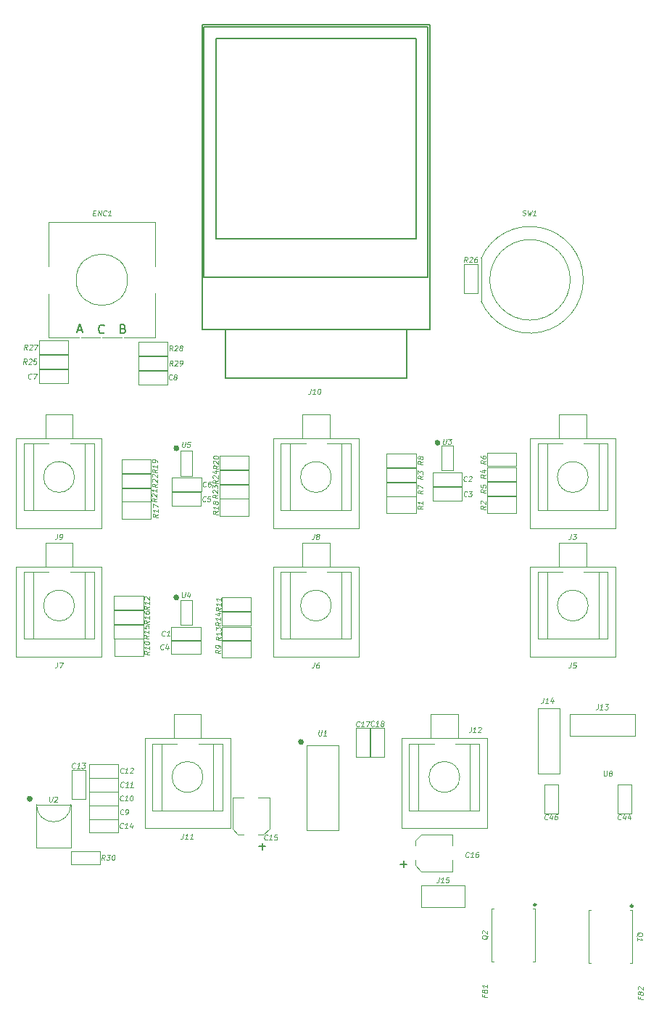
<source format=gto>
%TF.GenerationSoftware,KiCad,Pcbnew,6.0.10-86aedd382b~118~ubuntu22.04.1*%
%TF.CreationDate,2023-01-11T08:47:55-08:00*%
%TF.ProjectId,shield,73686965-6c64-42e6-9b69-6361645f7063,rev?*%
%TF.SameCoordinates,Original*%
%TF.FileFunction,Legend,Top*%
%TF.FilePolarity,Positive*%
%FSLAX46Y46*%
G04 Gerber Fmt 4.6, Leading zero omitted, Abs format (unit mm)*
G04 Created by KiCad (PCBNEW 6.0.10-86aedd382b~118~ubuntu22.04.1) date 2023-01-11 08:47:55*
%MOMM*%
%LPD*%
G01*
G04 APERTURE LIST*
%ADD10C,0.080000*%
%ADD11C,0.150000*%
%ADD12C,0.050000*%
%ADD13C,0.120000*%
%ADD14C,0.360000*%
%ADD15C,0.100000*%
%ADD16C,0.260000*%
%ADD17C,0.200000*%
%ADD18C,2.760000*%
%ADD19R,1.600000X2.600000*%
%ADD20O,2.600000X1.200000*%
%ADD21R,1.100000X1.000000*%
%ADD22R,1.800000X1.800000*%
%ADD23C,1.800000*%
%ADD24R,1.000000X1.100000*%
%ADD25R,0.610000X1.270000*%
%ADD26R,3.910000X3.750000*%
%ADD27C,2.800000*%
%ADD28R,2.100000X2.100000*%
%ADD29C,2.100000*%
%ADD30R,1.470000X1.285000*%
%ADD31R,1.000000X1.450000*%
%ADD32R,1.500000X2.800000*%
%ADD33C,1.000000*%
%ADD34R,6.300000X6.100000*%
%ADD35R,6.300000X3.000000*%
%ADD36R,2.600000X1.600000*%
%ADD37R,2.000000X3.000000*%
%ADD38C,1.500000*%
%ADD39C,2.200000*%
%ADD40R,1.524000X1.524000*%
%ADD41C,1.524000*%
G04 APERTURE END LIST*
D10*
X54309625Y-137274285D02*
X54277482Y-137302857D01*
X54188196Y-137331428D01*
X54131053Y-137331428D01*
X54048910Y-137302857D01*
X53998910Y-137245714D01*
X53977482Y-137188571D01*
X53963196Y-137074285D01*
X53973910Y-136988571D01*
X54016767Y-136874285D01*
X54052482Y-136817142D01*
X54116767Y-136760000D01*
X54206053Y-136731428D01*
X54263196Y-136731428D01*
X54345339Y-136760000D01*
X54370339Y-136788571D01*
X54873910Y-137331428D02*
X54531053Y-137331428D01*
X54702482Y-137331428D02*
X54777482Y-136731428D01*
X54709625Y-136817142D01*
X54645339Y-136874285D01*
X54584625Y-136902857D01*
X55491767Y-136731428D02*
X55206053Y-136731428D01*
X55141767Y-137017142D01*
X55173910Y-136988571D01*
X55234625Y-136960000D01*
X55377482Y-136960000D01*
X55431053Y-136988571D01*
X55456053Y-137017142D01*
X55477482Y-137074285D01*
X55459625Y-137217142D01*
X55423910Y-137274285D01*
X55391767Y-137302857D01*
X55331053Y-137331428D01*
X55188196Y-137331428D01*
X55134625Y-137302857D01*
X55109625Y-137274285D01*
D11*
X53741428Y-138490952D02*
X53741428Y-137729047D01*
X54122380Y-138110000D02*
X53360476Y-138110000D01*
D10*
X44532482Y-136671428D02*
X44478910Y-137100000D01*
X44439625Y-137185714D01*
X44375339Y-137242857D01*
X44286053Y-137271428D01*
X44228910Y-137271428D01*
X45057482Y-137271428D02*
X44714625Y-137271428D01*
X44886053Y-137271428D02*
X44961053Y-136671428D01*
X44893196Y-136757142D01*
X44828910Y-136814285D01*
X44768196Y-136842857D01*
X45628910Y-137271428D02*
X45286053Y-137271428D01*
X45457482Y-137271428D02*
X45532482Y-136671428D01*
X45464625Y-136757142D01*
X45400339Y-136814285D01*
X45339625Y-136842857D01*
X72496428Y-93186803D02*
X72210714Y-93351089D01*
X72496428Y-93529660D02*
X71896428Y-93454660D01*
X71896428Y-93226089D01*
X71925000Y-93172517D01*
X71953571Y-93147517D01*
X72010714Y-93126089D01*
X72096428Y-93136803D01*
X72153571Y-93172517D01*
X72182142Y-93204660D01*
X72210714Y-93265375D01*
X72210714Y-93493946D01*
X72153571Y-92801089D02*
X72125000Y-92854660D01*
X72096428Y-92879660D01*
X72039285Y-92901089D01*
X72010714Y-92897517D01*
X71953571Y-92861803D01*
X71925000Y-92829660D01*
X71896428Y-92768946D01*
X71896428Y-92654660D01*
X71925000Y-92601089D01*
X71953571Y-92576089D01*
X72010714Y-92554660D01*
X72039285Y-92558232D01*
X72096428Y-92593946D01*
X72125000Y-92626089D01*
X72153571Y-92686803D01*
X72153571Y-92801089D01*
X72182142Y-92861803D01*
X72210714Y-92893946D01*
X72267857Y-92929660D01*
X72382142Y-92943946D01*
X72439285Y-92922517D01*
X72467857Y-92897517D01*
X72496428Y-92843946D01*
X72496428Y-92729660D01*
X72467857Y-92668946D01*
X72439285Y-92636803D01*
X72382142Y-92601089D01*
X72267857Y-92586803D01*
X72210714Y-92608232D01*
X72182142Y-92633232D01*
X72153571Y-92686803D01*
X37484625Y-129496785D02*
X37452482Y-129525357D01*
X37363196Y-129553928D01*
X37306053Y-129553928D01*
X37223910Y-129525357D01*
X37173910Y-129468214D01*
X37152482Y-129411071D01*
X37138196Y-129296785D01*
X37148910Y-129211071D01*
X37191767Y-129096785D01*
X37227482Y-129039642D01*
X37291767Y-128982500D01*
X37381053Y-128953928D01*
X37438196Y-128953928D01*
X37520339Y-128982500D01*
X37545339Y-129011071D01*
X38048910Y-129553928D02*
X37706053Y-129553928D01*
X37877482Y-129553928D02*
X37952482Y-128953928D01*
X37884625Y-129039642D01*
X37820339Y-129096785D01*
X37759625Y-129125357D01*
X38345339Y-129011071D02*
X38377482Y-128982500D01*
X38438196Y-128953928D01*
X38581053Y-128953928D01*
X38634625Y-128982500D01*
X38659625Y-129011071D01*
X38681053Y-129068214D01*
X38673910Y-129125357D01*
X38634625Y-129211071D01*
X38248910Y-129553928D01*
X38620339Y-129553928D01*
X26730339Y-83484285D02*
X26698196Y-83512857D01*
X26608910Y-83541428D01*
X26551767Y-83541428D01*
X26469625Y-83512857D01*
X26419625Y-83455714D01*
X26398196Y-83398571D01*
X26383910Y-83284285D01*
X26394625Y-83198571D01*
X26437482Y-83084285D01*
X26473196Y-83027142D01*
X26537482Y-82970000D01*
X26626767Y-82941428D01*
X26683910Y-82941428D01*
X26766053Y-82970000D01*
X26791053Y-82998571D01*
X26998196Y-82941428D02*
X27398196Y-82941428D01*
X27066053Y-83541428D01*
X40501428Y-113497517D02*
X40215714Y-113661803D01*
X40501428Y-113840375D02*
X39901428Y-113765375D01*
X39901428Y-113536803D01*
X39930000Y-113483232D01*
X39958571Y-113458232D01*
X40015714Y-113436803D01*
X40101428Y-113447517D01*
X40158571Y-113483232D01*
X40187142Y-113515375D01*
X40215714Y-113576089D01*
X40215714Y-113804660D01*
X40501428Y-112926089D02*
X40501428Y-113268946D01*
X40501428Y-113097517D02*
X39901428Y-113022517D01*
X39987142Y-113090375D01*
X40044285Y-113154660D01*
X40072857Y-113215375D01*
X39901428Y-112308232D02*
X39901428Y-112593946D01*
X40187142Y-112658232D01*
X40158571Y-112626089D01*
X40130000Y-112565375D01*
X40130000Y-112422517D01*
X40158571Y-112368946D01*
X40187142Y-112343946D01*
X40244285Y-112322517D01*
X40387142Y-112340375D01*
X40444285Y-112376089D01*
X40472857Y-112408232D01*
X40501428Y-112468946D01*
X40501428Y-112611803D01*
X40472857Y-112665375D01*
X40444285Y-112690375D01*
X77590339Y-95464285D02*
X77558196Y-95492857D01*
X77468910Y-95521428D01*
X77411767Y-95521428D01*
X77329625Y-95492857D01*
X77279625Y-95435714D01*
X77258196Y-95378571D01*
X77243910Y-95264285D01*
X77254625Y-95178571D01*
X77297482Y-95064285D01*
X77333196Y-95007142D01*
X77397482Y-94950000D01*
X77486767Y-94921428D01*
X77543910Y-94921428D01*
X77626053Y-94950000D01*
X77651053Y-94978571D01*
X77879625Y-94978571D02*
X77911767Y-94950000D01*
X77972482Y-94921428D01*
X78115339Y-94921428D01*
X78168910Y-94950000D01*
X78193910Y-94978571D01*
X78215339Y-95035714D01*
X78208196Y-95092857D01*
X78168910Y-95178571D01*
X77783196Y-95521428D01*
X78154625Y-95521428D01*
X26187482Y-81821428D02*
X26023196Y-81535714D01*
X25844625Y-81821428D02*
X25919625Y-81221428D01*
X26148196Y-81221428D01*
X26201767Y-81250000D01*
X26226767Y-81278571D01*
X26248196Y-81335714D01*
X26237482Y-81421428D01*
X26201767Y-81478571D01*
X26169625Y-81507142D01*
X26108910Y-81535714D01*
X25880339Y-81535714D01*
X26483910Y-81278571D02*
X26516053Y-81250000D01*
X26576767Y-81221428D01*
X26719625Y-81221428D01*
X26773196Y-81250000D01*
X26798196Y-81278571D01*
X26819625Y-81335714D01*
X26812482Y-81392857D01*
X26773196Y-81478571D01*
X26387482Y-81821428D01*
X26758910Y-81821428D01*
X27376767Y-81221428D02*
X27091053Y-81221428D01*
X27026767Y-81507142D01*
X27058910Y-81478571D01*
X27119625Y-81450000D01*
X27262482Y-81450000D01*
X27316053Y-81478571D01*
X27341053Y-81507142D01*
X27362482Y-81564285D01*
X27344625Y-81707142D01*
X27308910Y-81764285D01*
X27276767Y-81792857D01*
X27216053Y-81821428D01*
X27073196Y-81821428D01*
X27019625Y-81792857D01*
X26994625Y-81764285D01*
X28906053Y-132278928D02*
X28845339Y-132764642D01*
X28866767Y-132821785D01*
X28891767Y-132850357D01*
X28945339Y-132878928D01*
X29059625Y-132878928D01*
X29120339Y-132850357D01*
X29152482Y-132821785D01*
X29188196Y-132764642D01*
X29248910Y-132278928D01*
X29498910Y-132336071D02*
X29531053Y-132307500D01*
X29591767Y-132278928D01*
X29734625Y-132278928D01*
X29788196Y-132307500D01*
X29813196Y-132336071D01*
X29834625Y-132393214D01*
X29827482Y-132450357D01*
X29788196Y-132536071D01*
X29402482Y-132878928D01*
X29773910Y-132878928D01*
X86612482Y-120771428D02*
X86558910Y-121200000D01*
X86519625Y-121285714D01*
X86455339Y-121342857D01*
X86366053Y-121371428D01*
X86308910Y-121371428D01*
X87137482Y-121371428D02*
X86794625Y-121371428D01*
X86966053Y-121371428D02*
X87041053Y-120771428D01*
X86973196Y-120857142D01*
X86908910Y-120914285D01*
X86848196Y-120942857D01*
X87701767Y-120971428D02*
X87651767Y-121371428D01*
X87587482Y-120742857D02*
X87391053Y-121171428D01*
X87762482Y-121171428D01*
X43140339Y-83594285D02*
X43108196Y-83622857D01*
X43018910Y-83651428D01*
X42961767Y-83651428D01*
X42879625Y-83622857D01*
X42829625Y-83565714D01*
X42808196Y-83508571D01*
X42793910Y-83394285D01*
X42804625Y-83308571D01*
X42847482Y-83194285D01*
X42883196Y-83137142D01*
X42947482Y-83080000D01*
X43036767Y-83051428D01*
X43093910Y-83051428D01*
X43176053Y-83080000D01*
X43201053Y-83108571D01*
X43518910Y-83308571D02*
X43465339Y-83280000D01*
X43440339Y-83251428D01*
X43418910Y-83194285D01*
X43422482Y-83165714D01*
X43458196Y-83108571D01*
X43490339Y-83080000D01*
X43551053Y-83051428D01*
X43665339Y-83051428D01*
X43718910Y-83080000D01*
X43743910Y-83108571D01*
X43765339Y-83165714D01*
X43761767Y-83194285D01*
X43726053Y-83251428D01*
X43693910Y-83280000D01*
X43633196Y-83308571D01*
X43518910Y-83308571D01*
X43458196Y-83337142D01*
X43426053Y-83365714D01*
X43390339Y-83422857D01*
X43376053Y-83537142D01*
X43397482Y-83594285D01*
X43422482Y-83622857D01*
X43476053Y-83651428D01*
X43590339Y-83651428D01*
X43651053Y-83622857D01*
X43683196Y-83594285D01*
X43718910Y-83537142D01*
X43733196Y-83422857D01*
X43711767Y-83365714D01*
X43686767Y-83337142D01*
X43633196Y-83308571D01*
X31859625Y-128921785D02*
X31827482Y-128950357D01*
X31738196Y-128978928D01*
X31681053Y-128978928D01*
X31598910Y-128950357D01*
X31548910Y-128893214D01*
X31527482Y-128836071D01*
X31513196Y-128721785D01*
X31523910Y-128636071D01*
X31566767Y-128521785D01*
X31602482Y-128464642D01*
X31666767Y-128407500D01*
X31756053Y-128378928D01*
X31813196Y-128378928D01*
X31895339Y-128407500D01*
X31920339Y-128436071D01*
X32423910Y-128978928D02*
X32081053Y-128978928D01*
X32252482Y-128978928D02*
X32327482Y-128378928D01*
X32259625Y-128464642D01*
X32195339Y-128521785D01*
X32134625Y-128550357D01*
X32698910Y-128378928D02*
X33070339Y-128378928D01*
X32841767Y-128607500D01*
X32927482Y-128607500D01*
X32981053Y-128636071D01*
X33006053Y-128664642D01*
X33027482Y-128721785D01*
X33009625Y-128864642D01*
X32973910Y-128921785D01*
X32941767Y-128950357D01*
X32881053Y-128978928D01*
X32709625Y-128978928D01*
X32656053Y-128950357D01*
X32631053Y-128921785D01*
X37459625Y-132721785D02*
X37427482Y-132750357D01*
X37338196Y-132778928D01*
X37281053Y-132778928D01*
X37198910Y-132750357D01*
X37148910Y-132693214D01*
X37127482Y-132636071D01*
X37113196Y-132521785D01*
X37123910Y-132436071D01*
X37166767Y-132321785D01*
X37202482Y-132264642D01*
X37266767Y-132207500D01*
X37356053Y-132178928D01*
X37413196Y-132178928D01*
X37495339Y-132207500D01*
X37520339Y-132236071D01*
X38023910Y-132778928D02*
X37681053Y-132778928D01*
X37852482Y-132778928D02*
X37927482Y-132178928D01*
X37859625Y-132264642D01*
X37795339Y-132321785D01*
X37734625Y-132350357D01*
X38470339Y-132178928D02*
X38527482Y-132178928D01*
X38581053Y-132207500D01*
X38606053Y-132236071D01*
X38627482Y-132293214D01*
X38641767Y-132407500D01*
X38623910Y-132550357D01*
X38581053Y-132664642D01*
X38545339Y-132721785D01*
X38513196Y-132750357D01*
X38452482Y-132778928D01*
X38395339Y-132778928D01*
X38341767Y-132750357D01*
X38316767Y-132721785D01*
X38295339Y-132664642D01*
X38281053Y-132550357D01*
X38298910Y-132407500D01*
X38341767Y-132293214D01*
X38377482Y-132236071D01*
X38409625Y-132207500D01*
X38470339Y-132178928D01*
X97476428Y-148541410D02*
X97505000Y-148487839D01*
X97562142Y-148437839D01*
X97647857Y-148362839D01*
X97676428Y-148309267D01*
X97676428Y-148252125D01*
X97533571Y-148262839D02*
X97562142Y-148209267D01*
X97619285Y-148159267D01*
X97733571Y-148144982D01*
X97933571Y-148169982D01*
X98047857Y-148212839D01*
X98105000Y-148277125D01*
X98133571Y-148337839D01*
X98133571Y-148452125D01*
X98105000Y-148505696D01*
X98047857Y-148555696D01*
X97933571Y-148569982D01*
X97733571Y-148544982D01*
X97619285Y-148502125D01*
X97562142Y-148437839D01*
X97533571Y-148377125D01*
X97533571Y-148262839D01*
X97533571Y-149091410D02*
X97533571Y-148748553D01*
X97533571Y-148919982D02*
X98133571Y-148994982D01*
X98047857Y-148927125D01*
X97990714Y-148862839D01*
X97962142Y-148802125D01*
X59405482Y-84719428D02*
X59351910Y-85148000D01*
X59312625Y-85233714D01*
X59248339Y-85290857D01*
X59159053Y-85319428D01*
X59101910Y-85319428D01*
X59930482Y-85319428D02*
X59587625Y-85319428D01*
X59759053Y-85319428D02*
X59834053Y-84719428D01*
X59766196Y-84805142D01*
X59701910Y-84862285D01*
X59641196Y-84890857D01*
X60376910Y-84719428D02*
X60434053Y-84719428D01*
X60487625Y-84748000D01*
X60512625Y-84776571D01*
X60534053Y-84833714D01*
X60548339Y-84948000D01*
X60530482Y-85090857D01*
X60487625Y-85205142D01*
X60451910Y-85262285D01*
X60419767Y-85290857D01*
X60359053Y-85319428D01*
X60301910Y-85319428D01*
X60248339Y-85290857D01*
X60223339Y-85262285D01*
X60201910Y-85205142D01*
X60187625Y-85090857D01*
X60205482Y-84948000D01*
X60248339Y-84833714D01*
X60284053Y-84776571D01*
X60316196Y-84748000D01*
X60376910Y-84719428D01*
X97858542Y-155694517D02*
X97858542Y-155894517D01*
X98172828Y-155933803D02*
X97572828Y-155858803D01*
X97572828Y-155573089D01*
X97858542Y-155180232D02*
X97887114Y-155098089D01*
X97915685Y-155073089D01*
X97972828Y-155051660D01*
X98058542Y-155062375D01*
X98115685Y-155098089D01*
X98144257Y-155130232D01*
X98172828Y-155190946D01*
X98172828Y-155419517D01*
X97572828Y-155344517D01*
X97572828Y-155144517D01*
X97601400Y-155090946D01*
X97629971Y-155065946D01*
X97687114Y-155044517D01*
X97744257Y-155051660D01*
X97801400Y-155087375D01*
X97829971Y-155119517D01*
X97858542Y-155180232D01*
X97858542Y-155380232D01*
X97629971Y-154780232D02*
X97601400Y-154748089D01*
X97572828Y-154687375D01*
X97572828Y-154544517D01*
X97601400Y-154490946D01*
X97629971Y-154465946D01*
X97687114Y-154444517D01*
X97744257Y-154451660D01*
X97829971Y-154490946D01*
X98172828Y-154876660D01*
X98172828Y-154505232D01*
X48611428Y-93727517D02*
X48325714Y-93891803D01*
X48611428Y-94070375D02*
X48011428Y-93995375D01*
X48011428Y-93766803D01*
X48040000Y-93713232D01*
X48068571Y-93688232D01*
X48125714Y-93666803D01*
X48211428Y-93677517D01*
X48268571Y-93713232D01*
X48297142Y-93745375D01*
X48325714Y-93806089D01*
X48325714Y-94034660D01*
X48068571Y-93431089D02*
X48040000Y-93398946D01*
X48011428Y-93338232D01*
X48011428Y-93195375D01*
X48040000Y-93141803D01*
X48068571Y-93116803D01*
X48125714Y-93095375D01*
X48182857Y-93102517D01*
X48268571Y-93141803D01*
X48611428Y-93527517D01*
X48611428Y-93156089D01*
X48011428Y-92709660D02*
X48011428Y-92652517D01*
X48040000Y-92598946D01*
X48068571Y-92573946D01*
X48125714Y-92552517D01*
X48240000Y-92538232D01*
X48382857Y-92556089D01*
X48497142Y-92598946D01*
X48554285Y-92634660D01*
X48582857Y-92666803D01*
X48611428Y-92727517D01*
X48611428Y-92784660D01*
X48582857Y-92838232D01*
X48554285Y-92863232D01*
X48497142Y-92884660D01*
X48382857Y-92898946D01*
X48240000Y-92881089D01*
X48125714Y-92838232D01*
X48068571Y-92802517D01*
X48040000Y-92770375D01*
X48011428Y-92709660D01*
X79707142Y-155467517D02*
X79707142Y-155667517D01*
X80021428Y-155706803D02*
X79421428Y-155631803D01*
X79421428Y-155346089D01*
X79707142Y-154953232D02*
X79735714Y-154871089D01*
X79764285Y-154846089D01*
X79821428Y-154824660D01*
X79907142Y-154835375D01*
X79964285Y-154871089D01*
X79992857Y-154903232D01*
X80021428Y-154963946D01*
X80021428Y-155192517D01*
X79421428Y-155117517D01*
X79421428Y-154917517D01*
X79450000Y-154863946D01*
X79478571Y-154838946D01*
X79535714Y-154817517D01*
X79592857Y-154824660D01*
X79650000Y-154860375D01*
X79678571Y-154892517D01*
X79707142Y-154953232D01*
X79707142Y-155153232D01*
X80021428Y-154278232D02*
X80021428Y-154621089D01*
X80021428Y-154449660D02*
X79421428Y-154374660D01*
X79507142Y-154442517D01*
X79564285Y-154506803D01*
X79592857Y-154567517D01*
X65034625Y-124062285D02*
X65002482Y-124090857D01*
X64913196Y-124119428D01*
X64856053Y-124119428D01*
X64773910Y-124090857D01*
X64723910Y-124033714D01*
X64702482Y-123976571D01*
X64688196Y-123862285D01*
X64698910Y-123776571D01*
X64741767Y-123662285D01*
X64777482Y-123605142D01*
X64841767Y-123548000D01*
X64931053Y-123519428D01*
X64988196Y-123519428D01*
X65070339Y-123548000D01*
X65095339Y-123576571D01*
X65598910Y-124119428D02*
X65256053Y-124119428D01*
X65427482Y-124119428D02*
X65502482Y-123519428D01*
X65434625Y-123605142D01*
X65370339Y-123662285D01*
X65309625Y-123690857D01*
X65873910Y-123519428D02*
X66273910Y-123519428D01*
X65941767Y-124119428D01*
X48561428Y-99002517D02*
X48275714Y-99166803D01*
X48561428Y-99345375D02*
X47961428Y-99270375D01*
X47961428Y-99041803D01*
X47990000Y-98988232D01*
X48018571Y-98963232D01*
X48075714Y-98941803D01*
X48161428Y-98952517D01*
X48218571Y-98988232D01*
X48247142Y-99020375D01*
X48275714Y-99081089D01*
X48275714Y-99309660D01*
X48561428Y-98431089D02*
X48561428Y-98773946D01*
X48561428Y-98602517D02*
X47961428Y-98527517D01*
X48047142Y-98595375D01*
X48104285Y-98659660D01*
X48132857Y-98720375D01*
X48218571Y-98045375D02*
X48190000Y-98098946D01*
X48161428Y-98123946D01*
X48104285Y-98145375D01*
X48075714Y-98141803D01*
X48018571Y-98106089D01*
X47990000Y-98073946D01*
X47961428Y-98013232D01*
X47961428Y-97898946D01*
X47990000Y-97845375D01*
X48018571Y-97820375D01*
X48075714Y-97798946D01*
X48104285Y-97802517D01*
X48161428Y-97838232D01*
X48190000Y-97870375D01*
X48218571Y-97931089D01*
X48218571Y-98045375D01*
X48247142Y-98106089D01*
X48275714Y-98138232D01*
X48332857Y-98173946D01*
X48447142Y-98188232D01*
X48504285Y-98166803D01*
X48532857Y-98141803D01*
X48561428Y-98088232D01*
X48561428Y-97973946D01*
X48532857Y-97913232D01*
X48504285Y-97881089D01*
X48447142Y-97845375D01*
X48332857Y-97831089D01*
X48275714Y-97852517D01*
X48247142Y-97877517D01*
X48218571Y-97931089D01*
X87044625Y-134904285D02*
X87012482Y-134932857D01*
X86923196Y-134961428D01*
X86866053Y-134961428D01*
X86783910Y-134932857D01*
X86733910Y-134875714D01*
X86712482Y-134818571D01*
X86698196Y-134704285D01*
X86708910Y-134618571D01*
X86751767Y-134504285D01*
X86787482Y-134447142D01*
X86851767Y-134390000D01*
X86941053Y-134361428D01*
X86998196Y-134361428D01*
X87080339Y-134390000D01*
X87105339Y-134418571D01*
X87601767Y-134561428D02*
X87551767Y-134961428D01*
X87487482Y-134332857D02*
X87291053Y-134761428D01*
X87662482Y-134761428D01*
X88198196Y-134361428D02*
X88083910Y-134361428D01*
X88023196Y-134390000D01*
X87991053Y-134418571D01*
X87923196Y-134504285D01*
X87880339Y-134618571D01*
X87851767Y-134847142D01*
X87873196Y-134904285D01*
X87898196Y-134932857D01*
X87951767Y-134961428D01*
X88066053Y-134961428D01*
X88126767Y-134932857D01*
X88158910Y-134904285D01*
X88194625Y-134847142D01*
X88212482Y-134704285D01*
X88191053Y-134647142D01*
X88166053Y-134618571D01*
X88112482Y-134590000D01*
X87998196Y-134590000D01*
X87937482Y-134618571D01*
X87905339Y-134647142D01*
X87869625Y-134704285D01*
X26267482Y-80151428D02*
X26103196Y-79865714D01*
X25924625Y-80151428D02*
X25999625Y-79551428D01*
X26228196Y-79551428D01*
X26281767Y-79580000D01*
X26306767Y-79608571D01*
X26328196Y-79665714D01*
X26317482Y-79751428D01*
X26281767Y-79808571D01*
X26249625Y-79837142D01*
X26188910Y-79865714D01*
X25960339Y-79865714D01*
X26563910Y-79608571D02*
X26596053Y-79580000D01*
X26656767Y-79551428D01*
X26799625Y-79551428D01*
X26853196Y-79580000D01*
X26878196Y-79608571D01*
X26899625Y-79665714D01*
X26892482Y-79722857D01*
X26853196Y-79808571D01*
X26467482Y-80151428D01*
X26838910Y-80151428D01*
X27113910Y-79551428D02*
X27513910Y-79551428D01*
X27181767Y-80151428D01*
X48896428Y-110277517D02*
X48610714Y-110441803D01*
X48896428Y-110620375D02*
X48296428Y-110545375D01*
X48296428Y-110316803D01*
X48325000Y-110263232D01*
X48353571Y-110238232D01*
X48410714Y-110216803D01*
X48496428Y-110227517D01*
X48553571Y-110263232D01*
X48582142Y-110295375D01*
X48610714Y-110356089D01*
X48610714Y-110584660D01*
X48896428Y-109706089D02*
X48896428Y-110048946D01*
X48896428Y-109877517D02*
X48296428Y-109802517D01*
X48382142Y-109870375D01*
X48439285Y-109934660D01*
X48467857Y-109995375D01*
X48896428Y-109134660D02*
X48896428Y-109477517D01*
X48896428Y-109306089D02*
X48296428Y-109231089D01*
X48382142Y-109298946D01*
X48439285Y-109363232D01*
X48467857Y-109423946D01*
X92982482Y-121521428D02*
X92928910Y-121950000D01*
X92889625Y-122035714D01*
X92825339Y-122092857D01*
X92736053Y-122121428D01*
X92678910Y-122121428D01*
X93507482Y-122121428D02*
X93164625Y-122121428D01*
X93336053Y-122121428D02*
X93411053Y-121521428D01*
X93343196Y-121607142D01*
X93278910Y-121664285D01*
X93218196Y-121692857D01*
X93782482Y-121521428D02*
X94153910Y-121521428D01*
X93925339Y-121750000D01*
X94011053Y-121750000D01*
X94064625Y-121778571D01*
X94089625Y-121807142D01*
X94111053Y-121864285D01*
X94093196Y-122007142D01*
X94057482Y-122064285D01*
X94025339Y-122092857D01*
X93964625Y-122121428D01*
X93793196Y-122121428D01*
X93739625Y-122092857D01*
X93714625Y-122064285D01*
X41431428Y-97542517D02*
X41145714Y-97706803D01*
X41431428Y-97885375D02*
X40831428Y-97810375D01*
X40831428Y-97581803D01*
X40860000Y-97528232D01*
X40888571Y-97503232D01*
X40945714Y-97481803D01*
X41031428Y-97492517D01*
X41088571Y-97528232D01*
X41117142Y-97560375D01*
X41145714Y-97621089D01*
X41145714Y-97849660D01*
X40888571Y-97246089D02*
X40860000Y-97213946D01*
X40831428Y-97153232D01*
X40831428Y-97010375D01*
X40860000Y-96956803D01*
X40888571Y-96931803D01*
X40945714Y-96910375D01*
X41002857Y-96917517D01*
X41088571Y-96956803D01*
X41431428Y-97342517D01*
X41431428Y-96971089D01*
X41431428Y-96399660D02*
X41431428Y-96742517D01*
X41431428Y-96571089D02*
X40831428Y-96496089D01*
X40917142Y-96563946D01*
X40974285Y-96628232D01*
X41002857Y-96688946D01*
X59818196Y-101671428D02*
X59764625Y-102100000D01*
X59725339Y-102185714D01*
X59661053Y-102242857D01*
X59571767Y-102271428D01*
X59514625Y-102271428D01*
X60157482Y-101928571D02*
X60103910Y-101900000D01*
X60078910Y-101871428D01*
X60057482Y-101814285D01*
X60061053Y-101785714D01*
X60096767Y-101728571D01*
X60128910Y-101700000D01*
X60189625Y-101671428D01*
X60303910Y-101671428D01*
X60357482Y-101700000D01*
X60382482Y-101728571D01*
X60403910Y-101785714D01*
X60400339Y-101814285D01*
X60364625Y-101871428D01*
X60332482Y-101900000D01*
X60271767Y-101928571D01*
X60157482Y-101928571D01*
X60096767Y-101957142D01*
X60064625Y-101985714D01*
X60028910Y-102042857D01*
X60014625Y-102157142D01*
X60036053Y-102214285D01*
X60061053Y-102242857D01*
X60114625Y-102271428D01*
X60228910Y-102271428D01*
X60289625Y-102242857D01*
X60321767Y-102214285D01*
X60357482Y-102157142D01*
X60371767Y-102042857D01*
X60350339Y-101985714D01*
X60325339Y-101957142D01*
X60271767Y-101928571D01*
X59818196Y-116671428D02*
X59764625Y-117100000D01*
X59725339Y-117185714D01*
X59661053Y-117242857D01*
X59571767Y-117271428D01*
X59514625Y-117271428D01*
X60361053Y-116671428D02*
X60246767Y-116671428D01*
X60186053Y-116700000D01*
X60153910Y-116728571D01*
X60086053Y-116814285D01*
X60043196Y-116928571D01*
X60014625Y-117157142D01*
X60036053Y-117214285D01*
X60061053Y-117242857D01*
X60114625Y-117271428D01*
X60228910Y-117271428D01*
X60289625Y-117242857D01*
X60321767Y-117214285D01*
X60357482Y-117157142D01*
X60375339Y-117014285D01*
X60353910Y-116957142D01*
X60328910Y-116928571D01*
X60275339Y-116900000D01*
X60161053Y-116900000D01*
X60100339Y-116928571D01*
X60068196Y-116957142D01*
X60032482Y-117014285D01*
X72496428Y-96616803D02*
X72210714Y-96781089D01*
X72496428Y-96959660D02*
X71896428Y-96884660D01*
X71896428Y-96656089D01*
X71925000Y-96602517D01*
X71953571Y-96577517D01*
X72010714Y-96556089D01*
X72096428Y-96566803D01*
X72153571Y-96602517D01*
X72182142Y-96634660D01*
X72210714Y-96695375D01*
X72210714Y-96923946D01*
X71896428Y-96341803D02*
X71896428Y-95941803D01*
X72496428Y-96273946D01*
X35327482Y-139678928D02*
X35163196Y-139393214D01*
X34984625Y-139678928D02*
X35059625Y-139078928D01*
X35288196Y-139078928D01*
X35341767Y-139107500D01*
X35366767Y-139136071D01*
X35388196Y-139193214D01*
X35377482Y-139278928D01*
X35341767Y-139336071D01*
X35309625Y-139364642D01*
X35248910Y-139393214D01*
X35020339Y-139393214D01*
X35602482Y-139078928D02*
X35973910Y-139078928D01*
X35745339Y-139307500D01*
X35831053Y-139307500D01*
X35884625Y-139336071D01*
X35909625Y-139364642D01*
X35931053Y-139421785D01*
X35913196Y-139564642D01*
X35877482Y-139621785D01*
X35845339Y-139650357D01*
X35784625Y-139678928D01*
X35613196Y-139678928D01*
X35559625Y-139650357D01*
X35534625Y-139621785D01*
X36345339Y-139078928D02*
X36402482Y-139078928D01*
X36456053Y-139107500D01*
X36481053Y-139136071D01*
X36502482Y-139193214D01*
X36516767Y-139307500D01*
X36498910Y-139450357D01*
X36456053Y-139564642D01*
X36420339Y-139621785D01*
X36388196Y-139650357D01*
X36327482Y-139678928D01*
X36270339Y-139678928D01*
X36216767Y-139650357D01*
X36191767Y-139621785D01*
X36170339Y-139564642D01*
X36156053Y-139450357D01*
X36173910Y-139307500D01*
X36216767Y-139193214D01*
X36252482Y-139136071D01*
X36284625Y-139107500D01*
X36345339Y-139078928D01*
X79821428Y-98411803D02*
X79535714Y-98576089D01*
X79821428Y-98754660D02*
X79221428Y-98679660D01*
X79221428Y-98451089D01*
X79250000Y-98397517D01*
X79278571Y-98372517D01*
X79335714Y-98351089D01*
X79421428Y-98361803D01*
X79478571Y-98397517D01*
X79507142Y-98429660D01*
X79535714Y-98490375D01*
X79535714Y-98718946D01*
X79278571Y-98115375D02*
X79250000Y-98083232D01*
X79221428Y-98022517D01*
X79221428Y-97879660D01*
X79250000Y-97826089D01*
X79278571Y-97801089D01*
X79335714Y-97779660D01*
X79392857Y-97786803D01*
X79478571Y-97826089D01*
X79821428Y-98211803D01*
X79821428Y-97840375D01*
X93661053Y-129301428D02*
X93600339Y-129787142D01*
X93621767Y-129844285D01*
X93646767Y-129872857D01*
X93700339Y-129901428D01*
X93814625Y-129901428D01*
X93875339Y-129872857D01*
X93907482Y-129844285D01*
X93943196Y-129787142D01*
X94003910Y-129301428D01*
X94343196Y-129558571D02*
X94289625Y-129530000D01*
X94264625Y-129501428D01*
X94243196Y-129444285D01*
X94246767Y-129415714D01*
X94282482Y-129358571D01*
X94314625Y-129330000D01*
X94375339Y-129301428D01*
X94489625Y-129301428D01*
X94543196Y-129330000D01*
X94568196Y-129358571D01*
X94589625Y-129415714D01*
X94586053Y-129444285D01*
X94550339Y-129501428D01*
X94518196Y-129530000D01*
X94457482Y-129558571D01*
X94343196Y-129558571D01*
X94282482Y-129587142D01*
X94250339Y-129615714D01*
X94214625Y-129672857D01*
X94200339Y-129787142D01*
X94221767Y-129844285D01*
X94246767Y-129872857D01*
X94300339Y-129901428D01*
X94414625Y-129901428D01*
X94475339Y-129872857D01*
X94507482Y-129844285D01*
X94543196Y-129787142D01*
X94557482Y-129672857D01*
X94536053Y-129615714D01*
X94511053Y-129587142D01*
X94457482Y-129558571D01*
X89818196Y-101671428D02*
X89764625Y-102100000D01*
X89725339Y-102185714D01*
X89661053Y-102242857D01*
X89571767Y-102271428D01*
X89514625Y-102271428D01*
X90046767Y-101671428D02*
X90418196Y-101671428D01*
X90189625Y-101900000D01*
X90275339Y-101900000D01*
X90328910Y-101928571D01*
X90353910Y-101957142D01*
X90375339Y-102014285D01*
X90357482Y-102157142D01*
X90321767Y-102214285D01*
X90289625Y-102242857D01*
X90228910Y-102271428D01*
X90057482Y-102271428D01*
X90003910Y-102242857D01*
X89978910Y-102214285D01*
X74382482Y-141721428D02*
X74328910Y-142150000D01*
X74289625Y-142235714D01*
X74225339Y-142292857D01*
X74136053Y-142321428D01*
X74078910Y-142321428D01*
X74907482Y-142321428D02*
X74564625Y-142321428D01*
X74736053Y-142321428D02*
X74811053Y-141721428D01*
X74743196Y-141807142D01*
X74678910Y-141864285D01*
X74618196Y-141892857D01*
X75525339Y-141721428D02*
X75239625Y-141721428D01*
X75175339Y-142007142D01*
X75207482Y-141978571D01*
X75268196Y-141950000D01*
X75411053Y-141950000D01*
X75464625Y-141978571D01*
X75489625Y-142007142D01*
X75511053Y-142064285D01*
X75493196Y-142207142D01*
X75457482Y-142264285D01*
X75425339Y-142292857D01*
X75364625Y-142321428D01*
X75221767Y-142321428D01*
X75168196Y-142292857D01*
X75143196Y-142264285D01*
X72496428Y-94906803D02*
X72210714Y-95071089D01*
X72496428Y-95249660D02*
X71896428Y-95174660D01*
X71896428Y-94946089D01*
X71925000Y-94892517D01*
X71953571Y-94867517D01*
X72010714Y-94846089D01*
X72096428Y-94856803D01*
X72153571Y-94892517D01*
X72182142Y-94924660D01*
X72210714Y-94985375D01*
X72210714Y-95213946D01*
X71896428Y-94631803D02*
X71896428Y-94260375D01*
X72125000Y-94488946D01*
X72125000Y-94403232D01*
X72153571Y-94349660D01*
X72182142Y-94324660D01*
X72239285Y-94303232D01*
X72382142Y-94321089D01*
X72439285Y-94356803D01*
X72467857Y-94388946D01*
X72496428Y-94449660D01*
X72496428Y-94621089D01*
X72467857Y-94674660D01*
X72439285Y-94699660D01*
X47090339Y-97794285D02*
X47058196Y-97822857D01*
X46968910Y-97851428D01*
X46911767Y-97851428D01*
X46829625Y-97822857D01*
X46779625Y-97765714D01*
X46758196Y-97708571D01*
X46743910Y-97594285D01*
X46754625Y-97508571D01*
X46797482Y-97394285D01*
X46833196Y-97337142D01*
X46897482Y-97280000D01*
X46986767Y-97251428D01*
X47043910Y-97251428D01*
X47126053Y-97280000D01*
X47151053Y-97308571D01*
X47701053Y-97251428D02*
X47415339Y-97251428D01*
X47351053Y-97537142D01*
X47383196Y-97508571D01*
X47443910Y-97480000D01*
X47586767Y-97480000D01*
X47640339Y-97508571D01*
X47665339Y-97537142D01*
X47686767Y-97594285D01*
X47668910Y-97737142D01*
X47633196Y-97794285D01*
X47601053Y-97822857D01*
X47540339Y-97851428D01*
X47397482Y-97851428D01*
X47343910Y-97822857D01*
X47318910Y-97794285D01*
X77804625Y-139284285D02*
X77772482Y-139312857D01*
X77683196Y-139341428D01*
X77626053Y-139341428D01*
X77543910Y-139312857D01*
X77493910Y-139255714D01*
X77472482Y-139198571D01*
X77458196Y-139084285D01*
X77468910Y-138998571D01*
X77511767Y-138884285D01*
X77547482Y-138827142D01*
X77611767Y-138770000D01*
X77701053Y-138741428D01*
X77758196Y-138741428D01*
X77840339Y-138770000D01*
X77865339Y-138798571D01*
X78368910Y-139341428D02*
X78026053Y-139341428D01*
X78197482Y-139341428D02*
X78272482Y-138741428D01*
X78204625Y-138827142D01*
X78140339Y-138884285D01*
X78079625Y-138912857D01*
X78958196Y-138741428D02*
X78843910Y-138741428D01*
X78783196Y-138770000D01*
X78751053Y-138798571D01*
X78683196Y-138884285D01*
X78640339Y-138998571D01*
X78611767Y-139227142D01*
X78633196Y-139284285D01*
X78658196Y-139312857D01*
X78711767Y-139341428D01*
X78826053Y-139341428D01*
X78886767Y-139312857D01*
X78918910Y-139284285D01*
X78954625Y-139227142D01*
X78972482Y-139084285D01*
X78951053Y-139027142D01*
X78926053Y-138998571D01*
X78872482Y-138970000D01*
X78758196Y-138970000D01*
X78697482Y-138998571D01*
X78665339Y-139027142D01*
X78629625Y-139084285D01*
D11*
X69869047Y-140181428D02*
X70630952Y-140181428D01*
X70250000Y-140562380D02*
X70250000Y-139800476D01*
D10*
X44421053Y-90901428D02*
X44360339Y-91387142D01*
X44381767Y-91444285D01*
X44406767Y-91472857D01*
X44460339Y-91501428D01*
X44574625Y-91501428D01*
X44635339Y-91472857D01*
X44667482Y-91444285D01*
X44703196Y-91387142D01*
X44763910Y-90901428D01*
X45335339Y-90901428D02*
X45049625Y-90901428D01*
X44985339Y-91187142D01*
X45017482Y-91158571D01*
X45078196Y-91130000D01*
X45221053Y-91130000D01*
X45274625Y-91158571D01*
X45299625Y-91187142D01*
X45321053Y-91244285D01*
X45303196Y-91387142D01*
X45267482Y-91444285D01*
X45235339Y-91472857D01*
X45174625Y-91501428D01*
X45031767Y-91501428D01*
X44978196Y-91472857D01*
X44953196Y-91444285D01*
X29818196Y-101671428D02*
X29764625Y-102100000D01*
X29725339Y-102185714D01*
X29661053Y-102242857D01*
X29571767Y-102271428D01*
X29514625Y-102271428D01*
X30057482Y-102271428D02*
X30171767Y-102271428D01*
X30232482Y-102242857D01*
X30264625Y-102214285D01*
X30332482Y-102128571D01*
X30375339Y-102014285D01*
X30403910Y-101785714D01*
X30382482Y-101728571D01*
X30357482Y-101700000D01*
X30303910Y-101671428D01*
X30189625Y-101671428D01*
X30128910Y-101700000D01*
X30096767Y-101728571D01*
X30061053Y-101785714D01*
X30043196Y-101928571D01*
X30064625Y-101985714D01*
X30089625Y-102014285D01*
X30143196Y-102042857D01*
X30257482Y-102042857D01*
X30318196Y-102014285D01*
X30350339Y-101985714D01*
X30386053Y-101928571D01*
X48886428Y-111997517D02*
X48600714Y-112161803D01*
X48886428Y-112340375D02*
X48286428Y-112265375D01*
X48286428Y-112036803D01*
X48315000Y-111983232D01*
X48343571Y-111958232D01*
X48400714Y-111936803D01*
X48486428Y-111947517D01*
X48543571Y-111983232D01*
X48572142Y-112015375D01*
X48600714Y-112076089D01*
X48600714Y-112304660D01*
X48886428Y-111426089D02*
X48886428Y-111768946D01*
X48886428Y-111597517D02*
X48286428Y-111522517D01*
X48372142Y-111590375D01*
X48429285Y-111654660D01*
X48457857Y-111715375D01*
X48486428Y-110861803D02*
X48886428Y-110911803D01*
X48257857Y-110976089D02*
X48686428Y-111172517D01*
X48686428Y-110801089D01*
X48896428Y-113707517D02*
X48610714Y-113871803D01*
X48896428Y-114050375D02*
X48296428Y-113975375D01*
X48296428Y-113746803D01*
X48325000Y-113693232D01*
X48353571Y-113668232D01*
X48410714Y-113646803D01*
X48496428Y-113657517D01*
X48553571Y-113693232D01*
X48582142Y-113725375D01*
X48610714Y-113786089D01*
X48610714Y-114014660D01*
X48896428Y-113136089D02*
X48896428Y-113478946D01*
X48896428Y-113307517D02*
X48296428Y-113232517D01*
X48382142Y-113300375D01*
X48439285Y-113364660D01*
X48467857Y-113425375D01*
X48296428Y-112861089D02*
X48296428Y-112489660D01*
X48525000Y-112718232D01*
X48525000Y-112632517D01*
X48553571Y-112578946D01*
X48582142Y-112553946D01*
X48639285Y-112532517D01*
X48782142Y-112550375D01*
X48839285Y-112586089D01*
X48867857Y-112618232D01*
X48896428Y-112678946D01*
X48896428Y-112850375D01*
X48867857Y-112903946D01*
X48839285Y-112928946D01*
X77667482Y-69951428D02*
X77503196Y-69665714D01*
X77324625Y-69951428D02*
X77399625Y-69351428D01*
X77628196Y-69351428D01*
X77681767Y-69380000D01*
X77706767Y-69408571D01*
X77728196Y-69465714D01*
X77717482Y-69551428D01*
X77681767Y-69608571D01*
X77649625Y-69637142D01*
X77588910Y-69665714D01*
X77360339Y-69665714D01*
X77963910Y-69408571D02*
X77996053Y-69380000D01*
X78056767Y-69351428D01*
X78199625Y-69351428D01*
X78253196Y-69380000D01*
X78278196Y-69408571D01*
X78299625Y-69465714D01*
X78292482Y-69522857D01*
X78253196Y-69608571D01*
X77867482Y-69951428D01*
X78238910Y-69951428D01*
X78828196Y-69351428D02*
X78713910Y-69351428D01*
X78653196Y-69380000D01*
X78621053Y-69408571D01*
X78553196Y-69494285D01*
X78510339Y-69608571D01*
X78481767Y-69837142D01*
X78503196Y-69894285D01*
X78528196Y-69922857D01*
X78581767Y-69951428D01*
X78696053Y-69951428D01*
X78756767Y-69922857D01*
X78788910Y-69894285D01*
X78824625Y-69837142D01*
X78842482Y-69694285D01*
X78821053Y-69637142D01*
X78796053Y-69608571D01*
X78742482Y-69580000D01*
X78628196Y-69580000D01*
X78567482Y-69608571D01*
X78535339Y-69637142D01*
X78499625Y-69694285D01*
X40541428Y-115352517D02*
X40255714Y-115516803D01*
X40541428Y-115695375D02*
X39941428Y-115620375D01*
X39941428Y-115391803D01*
X39970000Y-115338232D01*
X39998571Y-115313232D01*
X40055714Y-115291803D01*
X40141428Y-115302517D01*
X40198571Y-115338232D01*
X40227142Y-115370375D01*
X40255714Y-115431089D01*
X40255714Y-115659660D01*
X40541428Y-114781089D02*
X40541428Y-115123946D01*
X40541428Y-114952517D02*
X39941428Y-114877517D01*
X40027142Y-114945375D01*
X40084285Y-115009660D01*
X40112857Y-115070375D01*
X39941428Y-114334660D02*
X39941428Y-114277517D01*
X39970000Y-114223946D01*
X39998571Y-114198946D01*
X40055714Y-114177517D01*
X40170000Y-114163232D01*
X40312857Y-114181089D01*
X40427142Y-114223946D01*
X40484285Y-114259660D01*
X40512857Y-114291803D01*
X40541428Y-114352517D01*
X40541428Y-114409660D01*
X40512857Y-114463232D01*
X40484285Y-114488232D01*
X40427142Y-114509660D01*
X40312857Y-114523946D01*
X40170000Y-114506089D01*
X40055714Y-114463232D01*
X39998571Y-114427517D01*
X39970000Y-114395375D01*
X39941428Y-114334660D01*
X78152482Y-124191428D02*
X78098910Y-124620000D01*
X78059625Y-124705714D01*
X77995339Y-124762857D01*
X77906053Y-124791428D01*
X77848910Y-124791428D01*
X78677482Y-124791428D02*
X78334625Y-124791428D01*
X78506053Y-124791428D02*
X78581053Y-124191428D01*
X78513196Y-124277142D01*
X78448910Y-124334285D01*
X78388196Y-124362857D01*
X78973910Y-124248571D02*
X79006053Y-124220000D01*
X79066767Y-124191428D01*
X79209625Y-124191428D01*
X79263196Y-124220000D01*
X79288196Y-124248571D01*
X79309625Y-124305714D01*
X79302482Y-124362857D01*
X79263196Y-124448571D01*
X78877482Y-124791428D01*
X79248910Y-124791428D01*
X29818196Y-116671428D02*
X29764625Y-117100000D01*
X29725339Y-117185714D01*
X29661053Y-117242857D01*
X29571767Y-117271428D01*
X29514625Y-117271428D01*
X30046767Y-116671428D02*
X30446767Y-116671428D01*
X30114625Y-117271428D01*
X44401053Y-108452428D02*
X44340339Y-108938142D01*
X44361767Y-108995285D01*
X44386767Y-109023857D01*
X44440339Y-109052428D01*
X44554625Y-109052428D01*
X44615339Y-109023857D01*
X44647482Y-108995285D01*
X44683196Y-108938142D01*
X44743910Y-108452428D01*
X45261767Y-108652428D02*
X45211767Y-109052428D01*
X45147482Y-108423857D02*
X44951053Y-108852428D01*
X45322482Y-108852428D01*
X72506428Y-98396803D02*
X72220714Y-98561089D01*
X72506428Y-98739660D02*
X71906428Y-98664660D01*
X71906428Y-98436089D01*
X71935000Y-98382517D01*
X71963571Y-98357517D01*
X72020714Y-98336089D01*
X72106428Y-98346803D01*
X72163571Y-98382517D01*
X72192142Y-98414660D01*
X72220714Y-98475375D01*
X72220714Y-98703946D01*
X72506428Y-97825375D02*
X72506428Y-98168232D01*
X72506428Y-97996803D02*
X71906428Y-97921803D01*
X71992142Y-97989660D01*
X72049285Y-98053946D01*
X72077857Y-98114660D01*
X41471428Y-95852517D02*
X41185714Y-96016803D01*
X41471428Y-96195375D02*
X40871428Y-96120375D01*
X40871428Y-95891803D01*
X40900000Y-95838232D01*
X40928571Y-95813232D01*
X40985714Y-95791803D01*
X41071428Y-95802517D01*
X41128571Y-95838232D01*
X41157142Y-95870375D01*
X41185714Y-95931089D01*
X41185714Y-96159660D01*
X40928571Y-95556089D02*
X40900000Y-95523946D01*
X40871428Y-95463232D01*
X40871428Y-95320375D01*
X40900000Y-95266803D01*
X40928571Y-95241803D01*
X40985714Y-95220375D01*
X41042857Y-95227517D01*
X41128571Y-95266803D01*
X41471428Y-95652517D01*
X41471428Y-95281089D01*
X40928571Y-94984660D02*
X40900000Y-94952517D01*
X40871428Y-94891803D01*
X40871428Y-94748946D01*
X40900000Y-94695375D01*
X40928571Y-94670375D01*
X40985714Y-94648946D01*
X41042857Y-94656089D01*
X41128571Y-94695375D01*
X41471428Y-95081089D01*
X41471428Y-94709660D01*
X47130339Y-96084285D02*
X47098196Y-96112857D01*
X47008910Y-96141428D01*
X46951767Y-96141428D01*
X46869625Y-96112857D01*
X46819625Y-96055714D01*
X46798196Y-95998571D01*
X46783910Y-95884285D01*
X46794625Y-95798571D01*
X46837482Y-95684285D01*
X46873196Y-95627142D01*
X46937482Y-95570000D01*
X47026767Y-95541428D01*
X47083910Y-95541428D01*
X47166053Y-95570000D01*
X47191053Y-95598571D01*
X47712482Y-95541428D02*
X47598196Y-95541428D01*
X47537482Y-95570000D01*
X47505339Y-95598571D01*
X47437482Y-95684285D01*
X47394625Y-95798571D01*
X47366053Y-96027142D01*
X47387482Y-96084285D01*
X47412482Y-96112857D01*
X47466053Y-96141428D01*
X47580339Y-96141428D01*
X47641053Y-96112857D01*
X47673196Y-96084285D01*
X47708910Y-96027142D01*
X47726767Y-95884285D01*
X47705339Y-95827142D01*
X47680339Y-95798571D01*
X47626767Y-95770000D01*
X47512482Y-95770000D01*
X47451767Y-95798571D01*
X47419625Y-95827142D01*
X47383910Y-95884285D01*
X37509625Y-131121785D02*
X37477482Y-131150357D01*
X37388196Y-131178928D01*
X37331053Y-131178928D01*
X37248910Y-131150357D01*
X37198910Y-131093214D01*
X37177482Y-131036071D01*
X37163196Y-130921785D01*
X37173910Y-130836071D01*
X37216767Y-130721785D01*
X37252482Y-130664642D01*
X37316767Y-130607500D01*
X37406053Y-130578928D01*
X37463196Y-130578928D01*
X37545339Y-130607500D01*
X37570339Y-130636071D01*
X38073910Y-131178928D02*
X37731053Y-131178928D01*
X37902482Y-131178928D02*
X37977482Y-130578928D01*
X37909625Y-130664642D01*
X37845339Y-130721785D01*
X37784625Y-130750357D01*
X38645339Y-131178928D02*
X38302482Y-131178928D01*
X38473910Y-131178928D02*
X38548910Y-130578928D01*
X38481053Y-130664642D01*
X38416767Y-130721785D01*
X38356053Y-130750357D01*
X40521428Y-110117517D02*
X40235714Y-110281803D01*
X40521428Y-110460375D02*
X39921428Y-110385375D01*
X39921428Y-110156803D01*
X39950000Y-110103232D01*
X39978571Y-110078232D01*
X40035714Y-110056803D01*
X40121428Y-110067517D01*
X40178571Y-110103232D01*
X40207142Y-110135375D01*
X40235714Y-110196089D01*
X40235714Y-110424660D01*
X40521428Y-109546089D02*
X40521428Y-109888946D01*
X40521428Y-109717517D02*
X39921428Y-109642517D01*
X40007142Y-109710375D01*
X40064285Y-109774660D01*
X40092857Y-109835375D01*
X39978571Y-109249660D02*
X39950000Y-109217517D01*
X39921428Y-109156803D01*
X39921428Y-109013946D01*
X39950000Y-108960375D01*
X39978571Y-108935375D01*
X40035714Y-108913946D01*
X40092857Y-108921089D01*
X40178571Y-108960375D01*
X40521428Y-109346089D01*
X40521428Y-108974660D01*
X34003910Y-64207142D02*
X34203910Y-64207142D01*
X34250339Y-64521428D02*
X33964625Y-64521428D01*
X34039625Y-63921428D01*
X34325339Y-63921428D01*
X34507482Y-64521428D02*
X34582482Y-63921428D01*
X34850339Y-64521428D01*
X34925339Y-63921428D01*
X35486053Y-64464285D02*
X35453910Y-64492857D01*
X35364625Y-64521428D01*
X35307482Y-64521428D01*
X35225339Y-64492857D01*
X35175339Y-64435714D01*
X35153910Y-64378571D01*
X35139625Y-64264285D01*
X35150339Y-64178571D01*
X35193196Y-64064285D01*
X35228910Y-64007142D01*
X35293196Y-63950000D01*
X35382482Y-63921428D01*
X35439625Y-63921428D01*
X35521767Y-63950000D01*
X35546767Y-63978571D01*
X36050339Y-64521428D02*
X35707482Y-64521428D01*
X35878910Y-64521428D02*
X35953910Y-63921428D01*
X35886053Y-64007142D01*
X35821767Y-64064285D01*
X35761053Y-64092857D01*
D11*
X37521428Y-77678571D02*
X37664285Y-77726190D01*
X37711904Y-77773809D01*
X37759523Y-77869047D01*
X37759523Y-78011904D01*
X37711904Y-78107142D01*
X37664285Y-78154761D01*
X37569047Y-78202380D01*
X37188095Y-78202380D01*
X37188095Y-77202380D01*
X37521428Y-77202380D01*
X37616666Y-77250000D01*
X37664285Y-77297619D01*
X37711904Y-77392857D01*
X37711904Y-77488095D01*
X37664285Y-77583333D01*
X37616666Y-77630952D01*
X37521428Y-77678571D01*
X37188095Y-77678571D01*
X32161904Y-77866666D02*
X32638095Y-77866666D01*
X32066666Y-78152380D02*
X32400000Y-77152380D01*
X32733333Y-78152380D01*
X35259523Y-78157142D02*
X35211904Y-78204761D01*
X35069047Y-78252380D01*
X34973809Y-78252380D01*
X34830952Y-78204761D01*
X34735714Y-78109523D01*
X34688095Y-78014285D01*
X34640476Y-77823809D01*
X34640476Y-77680952D01*
X34688095Y-77490476D01*
X34735714Y-77395238D01*
X34830952Y-77300000D01*
X34973809Y-77252380D01*
X35069047Y-77252380D01*
X35211904Y-77300000D01*
X35259523Y-77347619D01*
D10*
X41531428Y-99362517D02*
X41245714Y-99526803D01*
X41531428Y-99705375D02*
X40931428Y-99630375D01*
X40931428Y-99401803D01*
X40960000Y-99348232D01*
X40988571Y-99323232D01*
X41045714Y-99301803D01*
X41131428Y-99312517D01*
X41188571Y-99348232D01*
X41217142Y-99380375D01*
X41245714Y-99441089D01*
X41245714Y-99669660D01*
X41531428Y-98791089D02*
X41531428Y-99133946D01*
X41531428Y-98962517D02*
X40931428Y-98887517D01*
X41017142Y-98955375D01*
X41074285Y-99019660D01*
X41102857Y-99080375D01*
X40931428Y-98516089D02*
X40931428Y-98116089D01*
X41531428Y-98448232D01*
X43227482Y-80291428D02*
X43063196Y-80005714D01*
X42884625Y-80291428D02*
X42959625Y-79691428D01*
X43188196Y-79691428D01*
X43241767Y-79720000D01*
X43266767Y-79748571D01*
X43288196Y-79805714D01*
X43277482Y-79891428D01*
X43241767Y-79948571D01*
X43209625Y-79977142D01*
X43148910Y-80005714D01*
X42920339Y-80005714D01*
X43523910Y-79748571D02*
X43556053Y-79720000D01*
X43616767Y-79691428D01*
X43759625Y-79691428D01*
X43813196Y-79720000D01*
X43838196Y-79748571D01*
X43859625Y-79805714D01*
X43852482Y-79862857D01*
X43813196Y-79948571D01*
X43427482Y-80291428D01*
X43798910Y-80291428D01*
X44184625Y-79948571D02*
X44131053Y-79920000D01*
X44106053Y-79891428D01*
X44084625Y-79834285D01*
X44088196Y-79805714D01*
X44123910Y-79748571D01*
X44156053Y-79720000D01*
X44216767Y-79691428D01*
X44331053Y-79691428D01*
X44384625Y-79720000D01*
X44409625Y-79748571D01*
X44431053Y-79805714D01*
X44427482Y-79834285D01*
X44391767Y-79891428D01*
X44359625Y-79920000D01*
X44298910Y-79948571D01*
X44184625Y-79948571D01*
X44123910Y-79977142D01*
X44091767Y-80005714D01*
X44056053Y-80062857D01*
X44041767Y-80177142D01*
X44063196Y-80234285D01*
X44088196Y-80262857D01*
X44141767Y-80291428D01*
X44256053Y-80291428D01*
X44316767Y-80262857D01*
X44348910Y-80234285D01*
X44384625Y-80177142D01*
X44398910Y-80062857D01*
X44377482Y-80005714D01*
X44352482Y-79977142D01*
X44298910Y-79948571D01*
X40521428Y-111797517D02*
X40235714Y-111961803D01*
X40521428Y-112140375D02*
X39921428Y-112065375D01*
X39921428Y-111836803D01*
X39950000Y-111783232D01*
X39978571Y-111758232D01*
X40035714Y-111736803D01*
X40121428Y-111747517D01*
X40178571Y-111783232D01*
X40207142Y-111815375D01*
X40235714Y-111876089D01*
X40235714Y-112104660D01*
X40521428Y-111226089D02*
X40521428Y-111568946D01*
X40521428Y-111397517D02*
X39921428Y-111322517D01*
X40007142Y-111390375D01*
X40064285Y-111454660D01*
X40092857Y-111515375D01*
X39921428Y-110636803D02*
X39921428Y-110751089D01*
X39950000Y-110811803D01*
X39978571Y-110843946D01*
X40064285Y-110911803D01*
X40178571Y-110954660D01*
X40407142Y-110983232D01*
X40464285Y-110961803D01*
X40492857Y-110936803D01*
X40521428Y-110883232D01*
X40521428Y-110768946D01*
X40492857Y-110708232D01*
X40464285Y-110676089D01*
X40407142Y-110640375D01*
X40264285Y-110622517D01*
X40207142Y-110643946D01*
X40178571Y-110668946D01*
X40150000Y-110722517D01*
X40150000Y-110836803D01*
X40178571Y-110897517D01*
X40207142Y-110929660D01*
X40264285Y-110965375D01*
X41471428Y-94162517D02*
X41185714Y-94326803D01*
X41471428Y-94505375D02*
X40871428Y-94430375D01*
X40871428Y-94201803D01*
X40900000Y-94148232D01*
X40928571Y-94123232D01*
X40985714Y-94101803D01*
X41071428Y-94112517D01*
X41128571Y-94148232D01*
X41157142Y-94180375D01*
X41185714Y-94241089D01*
X41185714Y-94469660D01*
X41471428Y-93591089D02*
X41471428Y-93933946D01*
X41471428Y-93762517D02*
X40871428Y-93687517D01*
X40957142Y-93755375D01*
X41014285Y-93819660D01*
X41042857Y-93880375D01*
X41471428Y-93305375D02*
X41471428Y-93191089D01*
X41442857Y-93130375D01*
X41414285Y-93098232D01*
X41328571Y-93030375D01*
X41214285Y-92987517D01*
X40985714Y-92958946D01*
X40928571Y-92980375D01*
X40900000Y-93005375D01*
X40871428Y-93058946D01*
X40871428Y-93173232D01*
X40900000Y-93233946D01*
X40928571Y-93266089D01*
X40985714Y-93301803D01*
X41128571Y-93319660D01*
X41185714Y-93298232D01*
X41214285Y-93273232D01*
X41242857Y-93219660D01*
X41242857Y-93105375D01*
X41214285Y-93044660D01*
X41185714Y-93012517D01*
X41128571Y-92976803D01*
X43237482Y-82011428D02*
X43073196Y-81725714D01*
X42894625Y-82011428D02*
X42969625Y-81411428D01*
X43198196Y-81411428D01*
X43251767Y-81440000D01*
X43276767Y-81468571D01*
X43298196Y-81525714D01*
X43287482Y-81611428D01*
X43251767Y-81668571D01*
X43219625Y-81697142D01*
X43158910Y-81725714D01*
X42930339Y-81725714D01*
X43533910Y-81468571D02*
X43566053Y-81440000D01*
X43626767Y-81411428D01*
X43769625Y-81411428D01*
X43823196Y-81440000D01*
X43848196Y-81468571D01*
X43869625Y-81525714D01*
X43862482Y-81582857D01*
X43823196Y-81668571D01*
X43437482Y-82011428D01*
X43808910Y-82011428D01*
X44094625Y-82011428D02*
X44208910Y-82011428D01*
X44269625Y-81982857D01*
X44301767Y-81954285D01*
X44369625Y-81868571D01*
X44412482Y-81754285D01*
X44441053Y-81525714D01*
X44419625Y-81468571D01*
X44394625Y-81440000D01*
X44341053Y-81411428D01*
X44226767Y-81411428D01*
X44166053Y-81440000D01*
X44133910Y-81468571D01*
X44098196Y-81525714D01*
X44080339Y-81668571D01*
X44101767Y-81725714D01*
X44126767Y-81754285D01*
X44180339Y-81782857D01*
X44294625Y-81782857D01*
X44355339Y-81754285D01*
X44387482Y-81725714D01*
X44423196Y-81668571D01*
X60361053Y-124571428D02*
X60300339Y-125057142D01*
X60321767Y-125114285D01*
X60346767Y-125142857D01*
X60400339Y-125171428D01*
X60514625Y-125171428D01*
X60575339Y-125142857D01*
X60607482Y-125114285D01*
X60643196Y-125057142D01*
X60703910Y-124571428D01*
X61228910Y-125171428D02*
X60886053Y-125171428D01*
X61057482Y-125171428D02*
X61132482Y-124571428D01*
X61064625Y-124657142D01*
X61000339Y-124714285D01*
X60939625Y-124742857D01*
X79836428Y-93106803D02*
X79550714Y-93271089D01*
X79836428Y-93449660D02*
X79236428Y-93374660D01*
X79236428Y-93146089D01*
X79265000Y-93092517D01*
X79293571Y-93067517D01*
X79350714Y-93046089D01*
X79436428Y-93056803D01*
X79493571Y-93092517D01*
X79522142Y-93124660D01*
X79550714Y-93185375D01*
X79550714Y-93413946D01*
X79236428Y-92517517D02*
X79236428Y-92631803D01*
X79265000Y-92692517D01*
X79293571Y-92724660D01*
X79379285Y-92792517D01*
X79493571Y-92835375D01*
X79722142Y-92863946D01*
X79779285Y-92842517D01*
X79807857Y-92817517D01*
X79836428Y-92763946D01*
X79836428Y-92649660D01*
X79807857Y-92588946D01*
X79779285Y-92556803D01*
X79722142Y-92521089D01*
X79579285Y-92503232D01*
X79522142Y-92524660D01*
X79493571Y-92549660D01*
X79465000Y-92603232D01*
X79465000Y-92717517D01*
X79493571Y-92778232D01*
X79522142Y-92810375D01*
X79579285Y-92846089D01*
X42330339Y-113504285D02*
X42298196Y-113532857D01*
X42208910Y-113561428D01*
X42151767Y-113561428D01*
X42069625Y-113532857D01*
X42019625Y-113475714D01*
X41998196Y-113418571D01*
X41983910Y-113304285D01*
X41994625Y-113218571D01*
X42037482Y-113104285D01*
X42073196Y-113047142D01*
X42137482Y-112990000D01*
X42226767Y-112961428D01*
X42283910Y-112961428D01*
X42366053Y-112990000D01*
X42391053Y-113018571D01*
X42894625Y-113561428D02*
X42551767Y-113561428D01*
X42723196Y-113561428D02*
X42798196Y-112961428D01*
X42730339Y-113047142D01*
X42666053Y-113104285D01*
X42605339Y-113132857D01*
X66754625Y-124012285D02*
X66722482Y-124040857D01*
X66633196Y-124069428D01*
X66576053Y-124069428D01*
X66493910Y-124040857D01*
X66443910Y-123983714D01*
X66422482Y-123926571D01*
X66408196Y-123812285D01*
X66418910Y-123726571D01*
X66461767Y-123612285D01*
X66497482Y-123555142D01*
X66561767Y-123498000D01*
X66651053Y-123469428D01*
X66708196Y-123469428D01*
X66790339Y-123498000D01*
X66815339Y-123526571D01*
X67318910Y-124069428D02*
X66976053Y-124069428D01*
X67147482Y-124069428D02*
X67222482Y-123469428D01*
X67154625Y-123555142D01*
X67090339Y-123612285D01*
X67029625Y-123640857D01*
X67704625Y-123726571D02*
X67651053Y-123698000D01*
X67626053Y-123669428D01*
X67604625Y-123612285D01*
X67608196Y-123583714D01*
X67643910Y-123526571D01*
X67676053Y-123498000D01*
X67736767Y-123469428D01*
X67851053Y-123469428D01*
X67904625Y-123498000D01*
X67929625Y-123526571D01*
X67951053Y-123583714D01*
X67947482Y-123612285D01*
X67911767Y-123669428D01*
X67879625Y-123698000D01*
X67818910Y-123726571D01*
X67704625Y-123726571D01*
X67643910Y-123755142D01*
X67611767Y-123783714D01*
X67576053Y-123840857D01*
X67561767Y-123955142D01*
X67583196Y-124012285D01*
X67608196Y-124040857D01*
X67661767Y-124069428D01*
X67776053Y-124069428D01*
X67836767Y-124040857D01*
X67868910Y-124012285D01*
X67904625Y-123955142D01*
X67918910Y-123840857D01*
X67897482Y-123783714D01*
X67872482Y-123755142D01*
X67818910Y-123726571D01*
X48541428Y-97117517D02*
X48255714Y-97281803D01*
X48541428Y-97460375D02*
X47941428Y-97385375D01*
X47941428Y-97156803D01*
X47970000Y-97103232D01*
X47998571Y-97078232D01*
X48055714Y-97056803D01*
X48141428Y-97067517D01*
X48198571Y-97103232D01*
X48227142Y-97135375D01*
X48255714Y-97196089D01*
X48255714Y-97424660D01*
X47998571Y-96821089D02*
X47970000Y-96788946D01*
X47941428Y-96728232D01*
X47941428Y-96585375D01*
X47970000Y-96531803D01*
X47998571Y-96506803D01*
X48055714Y-96485375D01*
X48112857Y-96492517D01*
X48198571Y-96531803D01*
X48541428Y-96917517D01*
X48541428Y-96546089D01*
X47941428Y-96271089D02*
X47941428Y-95899660D01*
X48170000Y-96128232D01*
X48170000Y-96042517D01*
X48198571Y-95988946D01*
X48227142Y-95963946D01*
X48284285Y-95942517D01*
X48427142Y-95960375D01*
X48484285Y-95996089D01*
X48512857Y-96028232D01*
X48541428Y-96088946D01*
X48541428Y-96260375D01*
X48512857Y-96313946D01*
X48484285Y-96338946D01*
X80048571Y-148533589D02*
X80020000Y-148587160D01*
X79962857Y-148637160D01*
X79877142Y-148712160D01*
X79848571Y-148765732D01*
X79848571Y-148822875D01*
X79991428Y-148812160D02*
X79962857Y-148865732D01*
X79905714Y-148915732D01*
X79791428Y-148930017D01*
X79591428Y-148905017D01*
X79477142Y-148862160D01*
X79420000Y-148797875D01*
X79391428Y-148737160D01*
X79391428Y-148622875D01*
X79420000Y-148569303D01*
X79477142Y-148519303D01*
X79591428Y-148505017D01*
X79791428Y-148530017D01*
X79905714Y-148572875D01*
X79962857Y-148637160D01*
X79991428Y-148697875D01*
X79991428Y-148812160D01*
X79448571Y-148258589D02*
X79420000Y-148226446D01*
X79391428Y-148165732D01*
X79391428Y-148022875D01*
X79420000Y-147969303D01*
X79448571Y-147944303D01*
X79505714Y-147922875D01*
X79562857Y-147930017D01*
X79648571Y-147969303D01*
X79991428Y-148355017D01*
X79991428Y-147983589D01*
X37434625Y-135921785D02*
X37402482Y-135950357D01*
X37313196Y-135978928D01*
X37256053Y-135978928D01*
X37173910Y-135950357D01*
X37123910Y-135893214D01*
X37102482Y-135836071D01*
X37088196Y-135721785D01*
X37098910Y-135636071D01*
X37141767Y-135521785D01*
X37177482Y-135464642D01*
X37241767Y-135407500D01*
X37331053Y-135378928D01*
X37388196Y-135378928D01*
X37470339Y-135407500D01*
X37495339Y-135436071D01*
X37998910Y-135978928D02*
X37656053Y-135978928D01*
X37827482Y-135978928D02*
X37902482Y-135378928D01*
X37834625Y-135464642D01*
X37770339Y-135521785D01*
X37709625Y-135550357D01*
X38563196Y-135578928D02*
X38513196Y-135978928D01*
X38448910Y-135350357D02*
X38252482Y-135778928D01*
X38623910Y-135778928D01*
X42180339Y-115064285D02*
X42148196Y-115092857D01*
X42058910Y-115121428D01*
X42001767Y-115121428D01*
X41919625Y-115092857D01*
X41869625Y-115035714D01*
X41848196Y-114978571D01*
X41833910Y-114864285D01*
X41844625Y-114778571D01*
X41887482Y-114664285D01*
X41923196Y-114607142D01*
X41987482Y-114550000D01*
X42076767Y-114521428D01*
X42133910Y-114521428D01*
X42216053Y-114550000D01*
X42241053Y-114578571D01*
X42737482Y-114721428D02*
X42687482Y-115121428D01*
X42623196Y-114492857D02*
X42426767Y-114921428D01*
X42798196Y-114921428D01*
X84121767Y-64442857D02*
X84203910Y-64471428D01*
X84346767Y-64471428D01*
X84407482Y-64442857D01*
X84439625Y-64414285D01*
X84475339Y-64357142D01*
X84482482Y-64300000D01*
X84461053Y-64242857D01*
X84436053Y-64214285D01*
X84382482Y-64185714D01*
X84271767Y-64157142D01*
X84218196Y-64128571D01*
X84193196Y-64100000D01*
X84171767Y-64042857D01*
X84178910Y-63985714D01*
X84214625Y-63928571D01*
X84246767Y-63900000D01*
X84307482Y-63871428D01*
X84450339Y-63871428D01*
X84532482Y-63900000D01*
X84736053Y-63871428D02*
X84803910Y-64471428D01*
X84971767Y-64042857D01*
X85032482Y-64471428D01*
X85250339Y-63871428D01*
X85718196Y-64471428D02*
X85375339Y-64471428D01*
X85546767Y-64471428D02*
X85621767Y-63871428D01*
X85553910Y-63957142D01*
X85489625Y-64014285D01*
X85428910Y-64042857D01*
X37470339Y-134321785D02*
X37438196Y-134350357D01*
X37348910Y-134378928D01*
X37291767Y-134378928D01*
X37209625Y-134350357D01*
X37159625Y-134293214D01*
X37138196Y-134236071D01*
X37123910Y-134121785D01*
X37134625Y-134036071D01*
X37177482Y-133921785D01*
X37213196Y-133864642D01*
X37277482Y-133807500D01*
X37366767Y-133778928D01*
X37423910Y-133778928D01*
X37506053Y-133807500D01*
X37531053Y-133836071D01*
X37748910Y-134378928D02*
X37863196Y-134378928D01*
X37923910Y-134350357D01*
X37956053Y-134321785D01*
X38023910Y-134236071D01*
X38066767Y-134121785D01*
X38095339Y-133893214D01*
X38073910Y-133836071D01*
X38048910Y-133807500D01*
X37995339Y-133778928D01*
X37881053Y-133778928D01*
X37820339Y-133807500D01*
X37788196Y-133836071D01*
X37752482Y-133893214D01*
X37734625Y-134036071D01*
X37756053Y-134093214D01*
X37781053Y-134121785D01*
X37834625Y-134150357D01*
X37948910Y-134150357D01*
X38009625Y-134121785D01*
X38041767Y-134093214D01*
X38077482Y-134036071D01*
X79826428Y-94766803D02*
X79540714Y-94931089D01*
X79826428Y-95109660D02*
X79226428Y-95034660D01*
X79226428Y-94806089D01*
X79255000Y-94752517D01*
X79283571Y-94727517D01*
X79340714Y-94706089D01*
X79426428Y-94716803D01*
X79483571Y-94752517D01*
X79512142Y-94784660D01*
X79540714Y-94845375D01*
X79540714Y-95073946D01*
X79426428Y-94202517D02*
X79826428Y-94252517D01*
X79197857Y-94316803D02*
X79626428Y-94513232D01*
X79626428Y-94141803D01*
X74891053Y-90561428D02*
X74830339Y-91047142D01*
X74851767Y-91104285D01*
X74876767Y-91132857D01*
X74930339Y-91161428D01*
X75044625Y-91161428D01*
X75105339Y-91132857D01*
X75137482Y-91104285D01*
X75173196Y-91047142D01*
X75233910Y-90561428D01*
X75462482Y-90561428D02*
X75833910Y-90561428D01*
X75605339Y-90790000D01*
X75691053Y-90790000D01*
X75744625Y-90818571D01*
X75769625Y-90847142D01*
X75791053Y-90904285D01*
X75773196Y-91047142D01*
X75737482Y-91104285D01*
X75705339Y-91132857D01*
X75644625Y-91161428D01*
X75473196Y-91161428D01*
X75419625Y-91132857D01*
X75394625Y-91104285D01*
X48551428Y-95422517D02*
X48265714Y-95586803D01*
X48551428Y-95765375D02*
X47951428Y-95690375D01*
X47951428Y-95461803D01*
X47980000Y-95408232D01*
X48008571Y-95383232D01*
X48065714Y-95361803D01*
X48151428Y-95372517D01*
X48208571Y-95408232D01*
X48237142Y-95440375D01*
X48265714Y-95501089D01*
X48265714Y-95729660D01*
X48008571Y-95126089D02*
X47980000Y-95093946D01*
X47951428Y-95033232D01*
X47951428Y-94890375D01*
X47980000Y-94836803D01*
X48008571Y-94811803D01*
X48065714Y-94790375D01*
X48122857Y-94797517D01*
X48208571Y-94836803D01*
X48551428Y-95222517D01*
X48551428Y-94851089D01*
X48151428Y-94286803D02*
X48551428Y-94336803D01*
X47922857Y-94401089D02*
X48351428Y-94597517D01*
X48351428Y-94226089D01*
X48866428Y-115241803D02*
X48580714Y-115406089D01*
X48866428Y-115584660D02*
X48266428Y-115509660D01*
X48266428Y-115281089D01*
X48295000Y-115227517D01*
X48323571Y-115202517D01*
X48380714Y-115181089D01*
X48466428Y-115191803D01*
X48523571Y-115227517D01*
X48552142Y-115259660D01*
X48580714Y-115320375D01*
X48580714Y-115548946D01*
X48866428Y-114956089D02*
X48866428Y-114841803D01*
X48837857Y-114781089D01*
X48809285Y-114748946D01*
X48723571Y-114681089D01*
X48609285Y-114638232D01*
X48380714Y-114609660D01*
X48323571Y-114631089D01*
X48295000Y-114656089D01*
X48266428Y-114709660D01*
X48266428Y-114823946D01*
X48295000Y-114884660D01*
X48323571Y-114916803D01*
X48380714Y-114952517D01*
X48523571Y-114970375D01*
X48580714Y-114948946D01*
X48609285Y-114923946D01*
X48637857Y-114870375D01*
X48637857Y-114756089D01*
X48609285Y-114695375D01*
X48580714Y-114663232D01*
X48523571Y-114627517D01*
X79846428Y-96496803D02*
X79560714Y-96661089D01*
X79846428Y-96839660D02*
X79246428Y-96764660D01*
X79246428Y-96536089D01*
X79275000Y-96482517D01*
X79303571Y-96457517D01*
X79360714Y-96436089D01*
X79446428Y-96446803D01*
X79503571Y-96482517D01*
X79532142Y-96514660D01*
X79560714Y-96575375D01*
X79560714Y-96803946D01*
X79246428Y-95878946D02*
X79246428Y-96164660D01*
X79532142Y-96228946D01*
X79503571Y-96196803D01*
X79475000Y-96136089D01*
X79475000Y-95993232D01*
X79503571Y-95939660D01*
X79532142Y-95914660D01*
X79589285Y-95893232D01*
X79732142Y-95911089D01*
X79789285Y-95946803D01*
X79817857Y-95978946D01*
X79846428Y-96039660D01*
X79846428Y-96182517D01*
X79817857Y-96236089D01*
X79789285Y-96261089D01*
X95584625Y-134904285D02*
X95552482Y-134932857D01*
X95463196Y-134961428D01*
X95406053Y-134961428D01*
X95323910Y-134932857D01*
X95273910Y-134875714D01*
X95252482Y-134818571D01*
X95238196Y-134704285D01*
X95248910Y-134618571D01*
X95291767Y-134504285D01*
X95327482Y-134447142D01*
X95391767Y-134390000D01*
X95481053Y-134361428D01*
X95538196Y-134361428D01*
X95620339Y-134390000D01*
X95645339Y-134418571D01*
X96141767Y-134561428D02*
X96091767Y-134961428D01*
X96027482Y-134332857D02*
X95831053Y-134761428D01*
X96202482Y-134761428D01*
X96713196Y-134561428D02*
X96663196Y-134961428D01*
X96598910Y-134332857D02*
X96402482Y-134761428D01*
X96773910Y-134761428D01*
X77600339Y-97204285D02*
X77568196Y-97232857D01*
X77478910Y-97261428D01*
X77421767Y-97261428D01*
X77339625Y-97232857D01*
X77289625Y-97175714D01*
X77268196Y-97118571D01*
X77253910Y-97004285D01*
X77264625Y-96918571D01*
X77307482Y-96804285D01*
X77343196Y-96747142D01*
X77407482Y-96690000D01*
X77496767Y-96661428D01*
X77553910Y-96661428D01*
X77636053Y-96690000D01*
X77661053Y-96718571D01*
X77868196Y-96661428D02*
X78239625Y-96661428D01*
X78011053Y-96890000D01*
X78096767Y-96890000D01*
X78150339Y-96918571D01*
X78175339Y-96947142D01*
X78196767Y-97004285D01*
X78178910Y-97147142D01*
X78143196Y-97204285D01*
X78111053Y-97232857D01*
X78050339Y-97261428D01*
X77878910Y-97261428D01*
X77825339Y-97232857D01*
X77800339Y-97204285D01*
X89818196Y-116671428D02*
X89764625Y-117100000D01*
X89725339Y-117185714D01*
X89661053Y-117242857D01*
X89571767Y-117271428D01*
X89514625Y-117271428D01*
X90389625Y-116671428D02*
X90103910Y-116671428D01*
X90039625Y-116957142D01*
X90071767Y-116928571D01*
X90132482Y-116900000D01*
X90275339Y-116900000D01*
X90328910Y-116928571D01*
X90353910Y-116957142D01*
X90375339Y-117014285D01*
X90357482Y-117157142D01*
X90321767Y-117214285D01*
X90289625Y-117242857D01*
X90228910Y-117271428D01*
X90086053Y-117271428D01*
X90032482Y-117242857D01*
X90007482Y-117214285D01*
D12*
X50270000Y-134560000D02*
X50270000Y-132410000D01*
X53245000Y-136710000D02*
X53870000Y-136710000D01*
X50270000Y-136060000D02*
X50920000Y-136710000D01*
X50270000Y-132410000D02*
X51595000Y-132410000D01*
X54570000Y-136060000D02*
X53870000Y-136710000D01*
X54570000Y-134560000D02*
X54570000Y-132410000D01*
X54570000Y-132410000D02*
X53245000Y-132410000D01*
X51595000Y-136710000D02*
X50920000Y-136710000D01*
X50270000Y-134560000D02*
X50270000Y-136060000D01*
X54570000Y-134560000D02*
X54570000Y-136060000D01*
D13*
X42000000Y-126100000D02*
X43800000Y-126100000D01*
X48000000Y-133900000D02*
X42000000Y-133900000D01*
X40900000Y-133900000D02*
X42000000Y-133900000D01*
X49100000Y-126100000D02*
X48000000Y-126100000D01*
X40900000Y-126100000D02*
X40900000Y-133900000D01*
X49100000Y-133900000D02*
X49100000Y-126100000D01*
X42000000Y-133900000D02*
X42000000Y-126100000D01*
X48000000Y-126100000D02*
X48000000Y-133900000D01*
X42000000Y-133900000D02*
X49100000Y-133900000D01*
X43800000Y-126100000D02*
X40900000Y-126100000D01*
X46300000Y-126100000D02*
X48000000Y-126100000D01*
X46600000Y-125500000D02*
X43400000Y-125500000D01*
X43400000Y-125500000D02*
X43400000Y-122700000D01*
X43400000Y-122700000D02*
X46600000Y-122700000D01*
X46600000Y-122700000D02*
X46600000Y-125500000D01*
X50000000Y-136000000D02*
X40000000Y-136000000D01*
X40000000Y-136000000D02*
X40000000Y-125500000D01*
X40000000Y-125500000D02*
X50000000Y-125500000D01*
X50000000Y-125500000D02*
X50000000Y-136000000D01*
X46800000Y-130000000D02*
G75*
G03*
X46800000Y-130000000I-1800000J0D01*
G01*
D10*
X68265000Y-92270000D02*
X71665000Y-92270000D01*
X71665000Y-92270000D02*
X71665000Y-93870000D01*
X71665000Y-93870000D02*
X68265000Y-93870000D01*
X68265000Y-93870000D02*
X68265000Y-92270000D01*
X33545000Y-128482500D02*
X36945000Y-128482500D01*
X36945000Y-128482500D02*
X36945000Y-130082500D01*
X36945000Y-130082500D02*
X33545000Y-130082500D01*
X33545000Y-130082500D02*
X33545000Y-128482500D01*
X27670000Y-82460000D02*
X31070000Y-82460000D01*
X31070000Y-82460000D02*
X31070000Y-84060000D01*
X31070000Y-84060000D02*
X27670000Y-84060000D01*
X27670000Y-84060000D02*
X27670000Y-82460000D01*
X39840000Y-113845000D02*
X36440000Y-113845000D01*
X36440000Y-113845000D02*
X36440000Y-112245000D01*
X36440000Y-112245000D02*
X39840000Y-112245000D01*
X39840000Y-112245000D02*
X39840000Y-113845000D01*
X77030000Y-96050000D02*
X73630000Y-96050000D01*
X73630000Y-96050000D02*
X73630000Y-94450000D01*
X73630000Y-94450000D02*
X77030000Y-94450000D01*
X77030000Y-94450000D02*
X77030000Y-96050000D01*
X31070000Y-82370000D02*
X27670000Y-82370000D01*
X27670000Y-82370000D02*
X27670000Y-80770000D01*
X27670000Y-80770000D02*
X31070000Y-80770000D01*
X31070000Y-80770000D02*
X31070000Y-82370000D01*
D14*
X26756000Y-132550000D02*
G75*
G03*
X26756000Y-132550000I-180000J0D01*
G01*
D13*
X27370000Y-133225000D02*
G75*
G03*
X31370000Y-133225000I2000000J0D01*
G01*
D15*
X27370000Y-133225000D02*
X31370000Y-133225000D01*
X31370000Y-133225000D02*
X31370000Y-138225000D01*
X31370000Y-138225000D02*
X27370000Y-138225000D01*
X27370000Y-138225000D02*
X27370000Y-133225000D01*
D13*
X88470000Y-122020000D02*
X85930000Y-122020000D01*
X85930000Y-122020000D02*
X85930000Y-129640000D01*
X85930000Y-129640000D02*
X88470000Y-129640000D01*
X88470000Y-129640000D02*
X88470000Y-122020000D01*
D10*
X42680000Y-84210000D02*
X39280000Y-84210000D01*
X39280000Y-84210000D02*
X39280000Y-82610000D01*
X39280000Y-82610000D02*
X42680000Y-82610000D01*
X42680000Y-82610000D02*
X42680000Y-84210000D01*
X31470000Y-132607500D02*
X33070000Y-132607500D01*
X33070000Y-132607500D02*
X33070000Y-129207500D01*
X33070000Y-129207500D02*
X31470000Y-129207500D01*
X31470000Y-129207500D02*
X31470000Y-132607500D01*
X33545000Y-131707500D02*
X36945000Y-131707500D01*
X36945000Y-131707500D02*
X36945000Y-133307500D01*
X36945000Y-133307500D02*
X33545000Y-133307500D01*
X33545000Y-133307500D02*
X33545000Y-131707500D01*
D13*
X96930000Y-151667500D02*
X96670000Y-151667500D01*
X92080000Y-145507500D02*
X91840000Y-145507500D01*
X91840000Y-145507500D02*
X91830000Y-151667500D01*
X96930000Y-145507500D02*
X96660000Y-145507500D01*
X96930000Y-151667500D02*
X96930000Y-145507500D01*
X91830000Y-151667500D02*
X92090000Y-151667500D01*
D16*
X97020000Y-145047500D02*
G75*
G03*
X97020000Y-145047500I-130000J0D01*
G01*
D17*
X49400000Y-83500000D02*
X70600000Y-83500000D01*
X70600000Y-83500000D02*
X70600000Y-77800000D01*
X70600000Y-77800000D02*
X49400000Y-77800000D01*
X49400000Y-77800000D02*
X49400000Y-83500000D01*
X46920000Y-42480000D02*
X73080000Y-42480000D01*
X73080000Y-42480000D02*
X73080000Y-71700000D01*
X73080000Y-71700000D02*
X46920000Y-71700000D01*
X46920000Y-71700000D02*
X46920000Y-42480000D01*
X46700000Y-42260000D02*
X73300000Y-42260000D01*
X73300000Y-42260000D02*
X73300000Y-77800000D01*
X73300000Y-77800000D02*
X46700000Y-77800000D01*
X46700000Y-77800000D02*
X46700000Y-42260000D01*
X48300000Y-43810000D02*
X71700000Y-43810000D01*
X71700000Y-43810000D02*
X71700000Y-67210000D01*
X71700000Y-67210000D02*
X48300000Y-67210000D01*
X48300000Y-67210000D02*
X48300000Y-43810000D01*
D10*
X52150000Y-94125000D02*
X48750000Y-94125000D01*
X48750000Y-94125000D02*
X48750000Y-92525000D01*
X48750000Y-92525000D02*
X52150000Y-92525000D01*
X52150000Y-92525000D02*
X52150000Y-94125000D01*
X64670000Y-127668000D02*
X66270000Y-127668000D01*
X66270000Y-127668000D02*
X66270000Y-124268000D01*
X66270000Y-124268000D02*
X64670000Y-124268000D01*
X64670000Y-124268000D02*
X64670000Y-127668000D01*
D15*
X48750000Y-97560000D02*
X52150000Y-97560000D01*
X52150000Y-97560000D02*
X52150000Y-99560000D01*
X52150000Y-99560000D02*
X48750000Y-99560000D01*
X48750000Y-99560000D02*
X48750000Y-97560000D01*
D10*
X88300000Y-130850000D02*
X86700000Y-130850000D01*
X86700000Y-130850000D02*
X86700000Y-134250000D01*
X86700000Y-134250000D02*
X88300000Y-134250000D01*
X88300000Y-134250000D02*
X88300000Y-130850000D01*
X31060000Y-80680000D02*
X27660000Y-80680000D01*
X27660000Y-80680000D02*
X27660000Y-79080000D01*
X27660000Y-79080000D02*
X31060000Y-79080000D01*
X31060000Y-79080000D02*
X31060000Y-80680000D01*
X52425000Y-110645000D02*
X49025000Y-110645000D01*
X49025000Y-110645000D02*
X49025000Y-109045000D01*
X49025000Y-109045000D02*
X52425000Y-109045000D01*
X52425000Y-109045000D02*
X52425000Y-110645000D01*
D13*
X89690000Y-122680000D02*
X97310000Y-122680000D01*
X97310000Y-122680000D02*
X97310000Y-125220000D01*
X97310000Y-125220000D02*
X89690000Y-125220000D01*
X89690000Y-125220000D02*
X89690000Y-122680000D01*
D10*
X40740000Y-97900000D02*
X37340000Y-97900000D01*
X37340000Y-97900000D02*
X37340000Y-96300000D01*
X37340000Y-96300000D02*
X40740000Y-96300000D01*
X40740000Y-96300000D02*
X40740000Y-97900000D01*
D13*
X57000000Y-91100000D02*
X58800000Y-91100000D01*
X63000000Y-98900000D02*
X57000000Y-98900000D01*
X55900000Y-98900000D02*
X57000000Y-98900000D01*
X64100000Y-91100000D02*
X63000000Y-91100000D01*
X55900000Y-91100000D02*
X55900000Y-98900000D01*
X64100000Y-98900000D02*
X64100000Y-91100000D01*
X57000000Y-98900000D02*
X57000000Y-91100000D01*
X63000000Y-91100000D02*
X63000000Y-98900000D01*
X57000000Y-98900000D02*
X64100000Y-98900000D01*
X58800000Y-91100000D02*
X55900000Y-91100000D01*
X61300000Y-91100000D02*
X63000000Y-91100000D01*
X61600000Y-90500000D02*
X58400000Y-90500000D01*
X58400000Y-90500000D02*
X58400000Y-87700000D01*
X58400000Y-87700000D02*
X61600000Y-87700000D01*
X61600000Y-87700000D02*
X61600000Y-90500000D01*
X65000000Y-101000000D02*
X55000000Y-101000000D01*
X55000000Y-101000000D02*
X55000000Y-90500000D01*
X55000000Y-90500000D02*
X65000000Y-90500000D01*
X65000000Y-90500000D02*
X65000000Y-101000000D01*
X61800000Y-95000000D02*
G75*
G03*
X61800000Y-95000000I-1800000J0D01*
G01*
X57000000Y-106100000D02*
X58800000Y-106100000D01*
X63000000Y-113900000D02*
X57000000Y-113900000D01*
X55900000Y-113900000D02*
X57000000Y-113900000D01*
X64100000Y-106100000D02*
X63000000Y-106100000D01*
X55900000Y-106100000D02*
X55900000Y-113900000D01*
X64100000Y-113900000D02*
X64100000Y-106100000D01*
X57000000Y-113900000D02*
X57000000Y-106100000D01*
X63000000Y-106100000D02*
X63000000Y-113900000D01*
X57000000Y-113900000D02*
X64100000Y-113900000D01*
X58800000Y-106100000D02*
X55900000Y-106100000D01*
X61300000Y-106100000D02*
X63000000Y-106100000D01*
X61600000Y-105500000D02*
X58400000Y-105500000D01*
X58400000Y-105500000D02*
X58400000Y-102700000D01*
X58400000Y-102700000D02*
X61600000Y-102700000D01*
X61600000Y-102700000D02*
X61600000Y-105500000D01*
X65000000Y-116000000D02*
X55000000Y-116000000D01*
X55000000Y-116000000D02*
X55000000Y-105500000D01*
X55000000Y-105500000D02*
X65000000Y-105500000D01*
X65000000Y-105500000D02*
X65000000Y-116000000D01*
X61800000Y-110000000D02*
G75*
G03*
X61800000Y-110000000I-1800000J0D01*
G01*
D10*
X71675000Y-97250000D02*
X68275000Y-97250000D01*
X68275000Y-97250000D02*
X68275000Y-95650000D01*
X68275000Y-95650000D02*
X71675000Y-95650000D01*
X71675000Y-95650000D02*
X71675000Y-97250000D01*
X31420000Y-138632500D02*
X34820000Y-138632500D01*
X34820000Y-138632500D02*
X34820000Y-140232500D01*
X34820000Y-140232500D02*
X31420000Y-140232500D01*
X31420000Y-140232500D02*
X31420000Y-138632500D01*
D15*
X79980000Y-97255000D02*
X83380000Y-97255000D01*
X83380000Y-97255000D02*
X83380000Y-99255000D01*
X83380000Y-99255000D02*
X79980000Y-99255000D01*
X79980000Y-99255000D02*
X79980000Y-97255000D01*
D13*
X87000000Y-91100000D02*
X88800000Y-91100000D01*
X93000000Y-98900000D02*
X87000000Y-98900000D01*
X85900000Y-98900000D02*
X87000000Y-98900000D01*
X94100000Y-91100000D02*
X93000000Y-91100000D01*
X85900000Y-91100000D02*
X85900000Y-98900000D01*
X94100000Y-98900000D02*
X94100000Y-91100000D01*
X87000000Y-98900000D02*
X87000000Y-91100000D01*
X93000000Y-91100000D02*
X93000000Y-98900000D01*
X87000000Y-98900000D02*
X94100000Y-98900000D01*
X88800000Y-91100000D02*
X85900000Y-91100000D01*
X91300000Y-91100000D02*
X93000000Y-91100000D01*
X91600000Y-90500000D02*
X88400000Y-90500000D01*
X88400000Y-90500000D02*
X88400000Y-87700000D01*
X88400000Y-87700000D02*
X91600000Y-87700000D01*
X91600000Y-87700000D02*
X91600000Y-90500000D01*
X95000000Y-101000000D02*
X85000000Y-101000000D01*
X85000000Y-101000000D02*
X85000000Y-90500000D01*
X85000000Y-90500000D02*
X95000000Y-90500000D01*
X95000000Y-90500000D02*
X95000000Y-101000000D01*
X91800000Y-95000000D02*
G75*
G03*
X91800000Y-95000000I-1800000J0D01*
G01*
X72310000Y-142680000D02*
X77390000Y-142680000D01*
X77390000Y-142680000D02*
X77390000Y-145220000D01*
X77390000Y-145220000D02*
X72310000Y-145220000D01*
X72310000Y-145220000D02*
X72310000Y-142680000D01*
D10*
X68265000Y-93960000D02*
X71665000Y-93960000D01*
X71665000Y-93960000D02*
X71665000Y-95560000D01*
X71665000Y-95560000D02*
X68265000Y-95560000D01*
X68265000Y-95560000D02*
X68265000Y-93960000D01*
X46600000Y-98380000D02*
X43200000Y-98380000D01*
X43200000Y-98380000D02*
X43200000Y-96780000D01*
X43200000Y-96780000D02*
X46600000Y-96780000D01*
X46600000Y-96780000D02*
X46600000Y-98380000D01*
D12*
X73800000Y-136710000D02*
X75950000Y-136710000D01*
X71650000Y-139685000D02*
X71650000Y-140310000D01*
X72300000Y-136710000D02*
X71650000Y-137360000D01*
X75950000Y-136710000D02*
X75950000Y-138035000D01*
X72300000Y-141010000D02*
X71650000Y-140310000D01*
X73800000Y-141010000D02*
X75950000Y-141010000D01*
X75950000Y-141010000D02*
X75950000Y-139685000D01*
X71650000Y-138035000D02*
X71650000Y-137360000D01*
X73800000Y-136710000D02*
X72300000Y-136710000D01*
X73800000Y-141010000D02*
X72300000Y-141010000D01*
D15*
X44150000Y-91970000D02*
X45550000Y-91970000D01*
X45550000Y-91970000D02*
X45550000Y-94870000D01*
X45550000Y-94870000D02*
X44150000Y-94870000D01*
X44150000Y-94870000D02*
X44150000Y-91970000D01*
D14*
X43887000Y-91642000D02*
G75*
G03*
X43887000Y-91642000I-180000J0D01*
G01*
D13*
X27000000Y-91100000D02*
X28800000Y-91100000D01*
X33000000Y-98900000D02*
X27000000Y-98900000D01*
X25900000Y-98900000D02*
X27000000Y-98900000D01*
X34100000Y-91100000D02*
X33000000Y-91100000D01*
X25900000Y-91100000D02*
X25900000Y-98900000D01*
X34100000Y-98900000D02*
X34100000Y-91100000D01*
X27000000Y-98900000D02*
X27000000Y-91100000D01*
X33000000Y-91100000D02*
X33000000Y-98900000D01*
X27000000Y-98900000D02*
X34100000Y-98900000D01*
X28800000Y-91100000D02*
X25900000Y-91100000D01*
X31300000Y-91100000D02*
X33000000Y-91100000D01*
X31600000Y-90500000D02*
X28400000Y-90500000D01*
X28400000Y-90500000D02*
X28400000Y-87700000D01*
X28400000Y-87700000D02*
X31600000Y-87700000D01*
X31600000Y-87700000D02*
X31600000Y-90500000D01*
X35000000Y-101000000D02*
X25000000Y-101000000D01*
X25000000Y-101000000D02*
X25000000Y-90500000D01*
X25000000Y-90500000D02*
X35000000Y-90500000D01*
X35000000Y-90500000D02*
X35000000Y-101000000D01*
X31800000Y-95000000D02*
G75*
G03*
X31800000Y-95000000I-1800000J0D01*
G01*
D10*
X52425000Y-112355000D02*
X49025000Y-112355000D01*
X49025000Y-112355000D02*
X49025000Y-110755000D01*
X49025000Y-110755000D02*
X52425000Y-110755000D01*
X52425000Y-110755000D02*
X52425000Y-112355000D01*
X49025000Y-112465000D02*
X52425000Y-112465000D01*
X52425000Y-112465000D02*
X52425000Y-114065000D01*
X52425000Y-114065000D02*
X49025000Y-114065000D01*
X49025000Y-114065000D02*
X49025000Y-112465000D01*
X78910000Y-70180000D02*
X77310000Y-70180000D01*
X77310000Y-70180000D02*
X77310000Y-73580000D01*
X77310000Y-73580000D02*
X78910000Y-73580000D01*
X78910000Y-73580000D02*
X78910000Y-70180000D01*
D15*
X39850000Y-115900000D02*
X36450000Y-115900000D01*
X36450000Y-115900000D02*
X36450000Y-113900000D01*
X36450000Y-113900000D02*
X39850000Y-113900000D01*
X39850000Y-113900000D02*
X39850000Y-115900000D01*
D13*
X72000000Y-126100000D02*
X73800000Y-126100000D01*
X78000000Y-133900000D02*
X72000000Y-133900000D01*
X70900000Y-133900000D02*
X72000000Y-133900000D01*
X79100000Y-126100000D02*
X78000000Y-126100000D01*
X70900000Y-126100000D02*
X70900000Y-133900000D01*
X79100000Y-133900000D02*
X79100000Y-126100000D01*
X72000000Y-133900000D02*
X72000000Y-126100000D01*
X78000000Y-126100000D02*
X78000000Y-133900000D01*
X72000000Y-133900000D02*
X79100000Y-133900000D01*
X73800000Y-126100000D02*
X70900000Y-126100000D01*
X76300000Y-126100000D02*
X78000000Y-126100000D01*
X76600000Y-125500000D02*
X73400000Y-125500000D01*
X73400000Y-125500000D02*
X73400000Y-122700000D01*
X73400000Y-122700000D02*
X76600000Y-122700000D01*
X76600000Y-122700000D02*
X76600000Y-125500000D01*
X80000000Y-136000000D02*
X70000000Y-136000000D01*
X70000000Y-136000000D02*
X70000000Y-125500000D01*
X70000000Y-125500000D02*
X80000000Y-125500000D01*
X80000000Y-125500000D02*
X80000000Y-136000000D01*
X76800000Y-130000000D02*
G75*
G03*
X76800000Y-130000000I-1800000J0D01*
G01*
X27000000Y-106100000D02*
X28800000Y-106100000D01*
X33000000Y-113900000D02*
X27000000Y-113900000D01*
X25900000Y-113900000D02*
X27000000Y-113900000D01*
X34100000Y-106100000D02*
X33000000Y-106100000D01*
X25900000Y-106100000D02*
X25900000Y-113900000D01*
X34100000Y-113900000D02*
X34100000Y-106100000D01*
X27000000Y-113900000D02*
X27000000Y-106100000D01*
X33000000Y-106100000D02*
X33000000Y-113900000D01*
X27000000Y-113900000D02*
X34100000Y-113900000D01*
X28800000Y-106100000D02*
X25900000Y-106100000D01*
X31300000Y-106100000D02*
X33000000Y-106100000D01*
X31600000Y-105500000D02*
X28400000Y-105500000D01*
X28400000Y-105500000D02*
X28400000Y-102700000D01*
X28400000Y-102700000D02*
X31600000Y-102700000D01*
X31600000Y-102700000D02*
X31600000Y-105500000D01*
X35000000Y-116000000D02*
X25000000Y-116000000D01*
X25000000Y-116000000D02*
X25000000Y-105500000D01*
X25000000Y-105500000D02*
X35000000Y-105500000D01*
X35000000Y-105500000D02*
X35000000Y-116000000D01*
X31800000Y-110000000D02*
G75*
G03*
X31800000Y-110000000I-1800000J0D01*
G01*
D15*
X44150000Y-109380000D02*
X45550000Y-109380000D01*
X45550000Y-109380000D02*
X45550000Y-112280000D01*
X45550000Y-112280000D02*
X44150000Y-112280000D01*
X44150000Y-112280000D02*
X44150000Y-109380000D01*
D14*
X43887000Y-109052000D02*
G75*
G03*
X43887000Y-109052000I-180000J0D01*
G01*
D15*
X71675000Y-99250000D02*
X68275000Y-99250000D01*
X68275000Y-99250000D02*
X68275000Y-97250000D01*
X68275000Y-97250000D02*
X71675000Y-97250000D01*
X71675000Y-97250000D02*
X71675000Y-99250000D01*
D10*
X37340000Y-94610000D02*
X40740000Y-94610000D01*
X40740000Y-94610000D02*
X40740000Y-96210000D01*
X40740000Y-96210000D02*
X37340000Y-96210000D01*
X37340000Y-96210000D02*
X37340000Y-94610000D01*
X46610000Y-96680000D02*
X43210000Y-96680000D01*
X43210000Y-96680000D02*
X43210000Y-95080000D01*
X43210000Y-95080000D02*
X46610000Y-95080000D01*
X46610000Y-95080000D02*
X46610000Y-96680000D01*
X33545000Y-130107500D02*
X36945000Y-130107500D01*
X36945000Y-130107500D02*
X36945000Y-131707500D01*
X36945000Y-131707500D02*
X33545000Y-131707500D01*
X33545000Y-131707500D02*
X33545000Y-130107500D01*
X36440000Y-108845000D02*
X39840000Y-108845000D01*
X39840000Y-108845000D02*
X39840000Y-110445000D01*
X39840000Y-110445000D02*
X36440000Y-110445000D01*
X36440000Y-110445000D02*
X36440000Y-108845000D01*
D12*
X41250000Y-65300000D02*
X41250000Y-70400000D01*
X28750000Y-65300000D02*
X41250000Y-65300000D01*
X41250000Y-73550000D02*
X41250000Y-78700000D01*
X28750000Y-78700000D02*
X28750000Y-73680000D01*
X41250000Y-78700000D02*
X28750000Y-78700000D01*
X28750000Y-70450000D02*
X28750000Y-65300000D01*
X38000000Y-72000000D02*
G75*
G03*
X38000000Y-72000000I-3000000J0D01*
G01*
D15*
X40750000Y-99900000D02*
X37350000Y-99900000D01*
X37350000Y-99900000D02*
X37350000Y-97900000D01*
X37350000Y-97900000D02*
X40750000Y-97900000D01*
X40750000Y-97900000D02*
X40750000Y-99900000D01*
D10*
X39270000Y-79220000D02*
X42670000Y-79220000D01*
X42670000Y-79220000D02*
X42670000Y-80820000D01*
X42670000Y-80820000D02*
X39270000Y-80820000D01*
X39270000Y-80820000D02*
X39270000Y-79220000D01*
X36440000Y-110545000D02*
X39840000Y-110545000D01*
X39840000Y-110545000D02*
X39840000Y-112145000D01*
X39840000Y-112145000D02*
X36440000Y-112145000D01*
X36440000Y-112145000D02*
X36440000Y-110545000D01*
X37340000Y-92920000D02*
X40740000Y-92920000D01*
X40740000Y-92920000D02*
X40740000Y-94520000D01*
X40740000Y-94520000D02*
X37340000Y-94520000D01*
X37340000Y-94520000D02*
X37340000Y-92920000D01*
X42680000Y-82520000D02*
X39280000Y-82520000D01*
X39280000Y-82520000D02*
X39280000Y-80920000D01*
X39280000Y-80920000D02*
X42680000Y-80920000D01*
X42680000Y-80920000D02*
X42680000Y-82520000D01*
X58950000Y-126300000D02*
X62650000Y-126300000D01*
X62650000Y-126300000D02*
X62650000Y-136200000D01*
X62650000Y-136200000D02*
X58950000Y-136200000D01*
X58950000Y-136200000D02*
X58950000Y-126300000D01*
D14*
X58440000Y-125916000D02*
G75*
G03*
X58440000Y-125916000I-180000J0D01*
G01*
D10*
X83375000Y-93750000D02*
X79975000Y-93750000D01*
X79975000Y-93750000D02*
X79975000Y-92150000D01*
X79975000Y-92150000D02*
X83375000Y-92150000D01*
X83375000Y-92150000D02*
X83375000Y-93750000D01*
X46530000Y-114075000D02*
X43130000Y-114075000D01*
X43130000Y-114075000D02*
X43130000Y-112475000D01*
X43130000Y-112475000D02*
X46530000Y-112475000D01*
X46530000Y-112475000D02*
X46530000Y-114075000D01*
X66380000Y-127668000D02*
X67980000Y-127668000D01*
X67980000Y-127668000D02*
X67980000Y-124268000D01*
X67980000Y-124268000D02*
X66380000Y-124268000D01*
X66380000Y-124268000D02*
X66380000Y-127668000D01*
X48740000Y-95915000D02*
X52140000Y-95915000D01*
X52140000Y-95915000D02*
X52140000Y-97515000D01*
X52140000Y-97515000D02*
X48740000Y-97515000D01*
X48740000Y-97515000D02*
X48740000Y-95915000D01*
D13*
X85620000Y-151517500D02*
X85360000Y-151517500D01*
X80770000Y-145357500D02*
X80530000Y-145357500D01*
X80530000Y-145357500D02*
X80520000Y-151517500D01*
X85620000Y-145357500D02*
X85350000Y-145357500D01*
X85620000Y-151517500D02*
X85620000Y-145357500D01*
X80520000Y-151517500D02*
X80780000Y-151517500D01*
D16*
X85710000Y-144897500D02*
G75*
G03*
X85710000Y-144897500I-130000J0D01*
G01*
D10*
X36920000Y-136507500D02*
X33520000Y-136507500D01*
X33520000Y-136507500D02*
X33520000Y-134907500D01*
X33520000Y-134907500D02*
X36920000Y-134907500D01*
X36920000Y-134907500D02*
X36920000Y-136507500D01*
X46530000Y-115660000D02*
X43130000Y-115660000D01*
X43130000Y-115660000D02*
X43130000Y-114060000D01*
X43130000Y-114060000D02*
X46530000Y-114060000D01*
X46530000Y-114060000D02*
X46530000Y-115660000D01*
D13*
X79300000Y-74500000D02*
X79300000Y-69500000D01*
X79300000Y-74500000D02*
G75*
G03*
X79300000Y-69500000I5700000J2500000D01*
G01*
X89700000Y-72000000D02*
G75*
G03*
X89700000Y-72000000I-4700000J0D01*
G01*
D10*
X33545000Y-133307500D02*
X36945000Y-133307500D01*
X36945000Y-133307500D02*
X36945000Y-134907500D01*
X36945000Y-134907500D02*
X33545000Y-134907500D01*
X33545000Y-134907500D02*
X33545000Y-133307500D01*
X83385000Y-95450000D02*
X79985000Y-95450000D01*
X79985000Y-95450000D02*
X79985000Y-93850000D01*
X79985000Y-93850000D02*
X83385000Y-93850000D01*
X83385000Y-93850000D02*
X83385000Y-95450000D01*
D15*
X74650000Y-91320000D02*
X76050000Y-91320000D01*
X76050000Y-91320000D02*
X76050000Y-94220000D01*
X76050000Y-94220000D02*
X74650000Y-94220000D01*
X74650000Y-94220000D02*
X74650000Y-91320000D01*
D14*
X74387000Y-90992000D02*
G75*
G03*
X74387000Y-90992000I-180000J0D01*
G01*
D10*
X52150000Y-95825000D02*
X48750000Y-95825000D01*
X48750000Y-95825000D02*
X48750000Y-94225000D01*
X48750000Y-94225000D02*
X52150000Y-94225000D01*
X52150000Y-94225000D02*
X52150000Y-95825000D01*
D15*
X49025000Y-114075000D02*
X52425000Y-114075000D01*
X52425000Y-114075000D02*
X52425000Y-116075000D01*
X52425000Y-116075000D02*
X49025000Y-116075000D01*
X49025000Y-116075000D02*
X49025000Y-114075000D01*
D10*
X79995000Y-95560000D02*
X83395000Y-95560000D01*
X83395000Y-95560000D02*
X83395000Y-97160000D01*
X83395000Y-97160000D02*
X79995000Y-97160000D01*
X79995000Y-97160000D02*
X79995000Y-95560000D01*
X96820000Y-130860000D02*
X95220000Y-130860000D01*
X95220000Y-130860000D02*
X95220000Y-134260000D01*
X95220000Y-134260000D02*
X96820000Y-134260000D01*
X96820000Y-134260000D02*
X96820000Y-130860000D01*
X77040000Y-97780000D02*
X73640000Y-97780000D01*
X73640000Y-97780000D02*
X73640000Y-96180000D01*
X73640000Y-96180000D02*
X77040000Y-96180000D01*
X77040000Y-96180000D02*
X77040000Y-97780000D01*
D13*
X87000000Y-106100000D02*
X88800000Y-106100000D01*
X93000000Y-113900000D02*
X87000000Y-113900000D01*
X85900000Y-113900000D02*
X87000000Y-113900000D01*
X94100000Y-106100000D02*
X93000000Y-106100000D01*
X85900000Y-106100000D02*
X85900000Y-113900000D01*
X94100000Y-113900000D02*
X94100000Y-106100000D01*
X87000000Y-113900000D02*
X87000000Y-106100000D01*
X93000000Y-106100000D02*
X93000000Y-113900000D01*
X87000000Y-113900000D02*
X94100000Y-113900000D01*
X88800000Y-106100000D02*
X85900000Y-106100000D01*
X91300000Y-106100000D02*
X93000000Y-106100000D01*
X91600000Y-105500000D02*
X88400000Y-105500000D01*
X88400000Y-105500000D02*
X88400000Y-102700000D01*
X88400000Y-102700000D02*
X91600000Y-102700000D01*
X91600000Y-102700000D02*
X91600000Y-105500000D01*
X95000000Y-116000000D02*
X85000000Y-116000000D01*
X85000000Y-116000000D02*
X85000000Y-105500000D01*
X85000000Y-105500000D02*
X95000000Y-105500000D01*
X95000000Y-105500000D02*
X95000000Y-116000000D01*
X91800000Y-110000000D02*
G75*
G03*
X91800000Y-110000000I-1800000J0D01*
G01*
%LPC*%
D18*
X82500000Y-130500000D03*
X24500000Y-44500000D03*
X24500000Y-130500000D03*
X82500000Y-44500000D03*
D19*
X52420000Y-132760000D03*
X52420000Y-136360000D03*
D20*
X45000000Y-123520000D03*
X45000000Y-126620000D03*
X45000000Y-134920000D03*
D21*
X69115000Y-93070000D03*
X70815000Y-93070000D03*
X34395000Y-129282500D03*
X36095000Y-129282500D03*
X28520000Y-83260000D03*
X30220000Y-83260000D03*
X38990000Y-113045000D03*
X37290000Y-113045000D03*
X76180000Y-95250000D03*
X74480000Y-95250000D03*
X30220000Y-81570000D03*
X28520000Y-81570000D03*
G36*
G01*
X31520000Y-133562500D02*
X31520000Y-133337500D01*
G75*
G02*
X31632500Y-133225000I112500J0D01*
G01*
X32907500Y-133225000D01*
G75*
G02*
X33020000Y-133337500I0J-112500D01*
G01*
X33020000Y-133562500D01*
G75*
G02*
X32907500Y-133675000I-112500J0D01*
G01*
X31632500Y-133675000D01*
G75*
G02*
X31520000Y-133562500I0J112500D01*
G01*
G37*
G36*
G01*
X31520000Y-134212500D02*
X31520000Y-133987500D01*
G75*
G02*
X31632500Y-133875000I112500J0D01*
G01*
X32907500Y-133875000D01*
G75*
G02*
X33020000Y-133987500I0J-112500D01*
G01*
X33020000Y-134212500D01*
G75*
G02*
X32907500Y-134325000I-112500J0D01*
G01*
X31632500Y-134325000D01*
G75*
G02*
X31520000Y-134212500I0J112500D01*
G01*
G37*
G36*
G01*
X31520000Y-134862500D02*
X31520000Y-134637500D01*
G75*
G02*
X31632500Y-134525000I112500J0D01*
G01*
X32907500Y-134525000D01*
G75*
G02*
X33020000Y-134637500I0J-112500D01*
G01*
X33020000Y-134862500D01*
G75*
G02*
X32907500Y-134975000I-112500J0D01*
G01*
X31632500Y-134975000D01*
G75*
G02*
X31520000Y-134862500I0J112500D01*
G01*
G37*
G36*
G01*
X31520000Y-135512500D02*
X31520000Y-135287500D01*
G75*
G02*
X31632500Y-135175000I112500J0D01*
G01*
X32907500Y-135175000D01*
G75*
G02*
X33020000Y-135287500I0J-112500D01*
G01*
X33020000Y-135512500D01*
G75*
G02*
X32907500Y-135625000I-112500J0D01*
G01*
X31632500Y-135625000D01*
G75*
G02*
X31520000Y-135512500I0J112500D01*
G01*
G37*
G36*
G01*
X31520000Y-136162500D02*
X31520000Y-135937500D01*
G75*
G02*
X31632500Y-135825000I112500J0D01*
G01*
X32907500Y-135825000D01*
G75*
G02*
X33020000Y-135937500I0J-112500D01*
G01*
X33020000Y-136162500D01*
G75*
G02*
X32907500Y-136275000I-112500J0D01*
G01*
X31632500Y-136275000D01*
G75*
G02*
X31520000Y-136162500I0J112500D01*
G01*
G37*
G36*
G01*
X31520000Y-136812500D02*
X31520000Y-136587500D01*
G75*
G02*
X31632500Y-136475000I112500J0D01*
G01*
X32907500Y-136475000D01*
G75*
G02*
X33020000Y-136587500I0J-112500D01*
G01*
X33020000Y-136812500D01*
G75*
G02*
X32907500Y-136925000I-112500J0D01*
G01*
X31632500Y-136925000D01*
G75*
G02*
X31520000Y-136812500I0J112500D01*
G01*
G37*
G36*
G01*
X31520000Y-137462500D02*
X31520000Y-137237500D01*
G75*
G02*
X31632500Y-137125000I112500J0D01*
G01*
X32907500Y-137125000D01*
G75*
G02*
X33020000Y-137237500I0J-112500D01*
G01*
X33020000Y-137462500D01*
G75*
G02*
X32907500Y-137575000I-112500J0D01*
G01*
X31632500Y-137575000D01*
G75*
G02*
X31520000Y-137462500I0J112500D01*
G01*
G37*
G36*
G01*
X31520000Y-138112500D02*
X31520000Y-137887500D01*
G75*
G02*
X31632500Y-137775000I112500J0D01*
G01*
X32907500Y-137775000D01*
G75*
G02*
X33020000Y-137887500I0J-112500D01*
G01*
X33020000Y-138112500D01*
G75*
G02*
X32907500Y-138225000I-112500J0D01*
G01*
X31632500Y-138225000D01*
G75*
G02*
X31520000Y-138112500I0J112500D01*
G01*
G37*
G36*
G01*
X25720000Y-138112500D02*
X25720000Y-137887500D01*
G75*
G02*
X25832500Y-137775000I112500J0D01*
G01*
X27107500Y-137775000D01*
G75*
G02*
X27220000Y-137887500I0J-112500D01*
G01*
X27220000Y-138112500D01*
G75*
G02*
X27107500Y-138225000I-112500J0D01*
G01*
X25832500Y-138225000D01*
G75*
G02*
X25720000Y-138112500I0J112500D01*
G01*
G37*
G36*
G01*
X25720000Y-137462500D02*
X25720000Y-137237500D01*
G75*
G02*
X25832500Y-137125000I112500J0D01*
G01*
X27107500Y-137125000D01*
G75*
G02*
X27220000Y-137237500I0J-112500D01*
G01*
X27220000Y-137462500D01*
G75*
G02*
X27107500Y-137575000I-112500J0D01*
G01*
X25832500Y-137575000D01*
G75*
G02*
X25720000Y-137462500I0J112500D01*
G01*
G37*
G36*
G01*
X25720000Y-136812500D02*
X25720000Y-136587500D01*
G75*
G02*
X25832500Y-136475000I112500J0D01*
G01*
X27107500Y-136475000D01*
G75*
G02*
X27220000Y-136587500I0J-112500D01*
G01*
X27220000Y-136812500D01*
G75*
G02*
X27107500Y-136925000I-112500J0D01*
G01*
X25832500Y-136925000D01*
G75*
G02*
X25720000Y-136812500I0J112500D01*
G01*
G37*
G36*
G01*
X25720000Y-136162500D02*
X25720000Y-135937500D01*
G75*
G02*
X25832500Y-135825000I112500J0D01*
G01*
X27107500Y-135825000D01*
G75*
G02*
X27220000Y-135937500I0J-112500D01*
G01*
X27220000Y-136162500D01*
G75*
G02*
X27107500Y-136275000I-112500J0D01*
G01*
X25832500Y-136275000D01*
G75*
G02*
X25720000Y-136162500I0J112500D01*
G01*
G37*
G36*
G01*
X25720000Y-135512500D02*
X25720000Y-135287500D01*
G75*
G02*
X25832500Y-135175000I112500J0D01*
G01*
X27107500Y-135175000D01*
G75*
G02*
X27220000Y-135287500I0J-112500D01*
G01*
X27220000Y-135512500D01*
G75*
G02*
X27107500Y-135625000I-112500J0D01*
G01*
X25832500Y-135625000D01*
G75*
G02*
X25720000Y-135512500I0J112500D01*
G01*
G37*
G36*
G01*
X25720000Y-134862500D02*
X25720000Y-134637500D01*
G75*
G02*
X25832500Y-134525000I112500J0D01*
G01*
X27107500Y-134525000D01*
G75*
G02*
X27220000Y-134637500I0J-112500D01*
G01*
X27220000Y-134862500D01*
G75*
G02*
X27107500Y-134975000I-112500J0D01*
G01*
X25832500Y-134975000D01*
G75*
G02*
X25720000Y-134862500I0J112500D01*
G01*
G37*
G36*
G01*
X25720000Y-134212500D02*
X25720000Y-133987500D01*
G75*
G02*
X25832500Y-133875000I112500J0D01*
G01*
X27107500Y-133875000D01*
G75*
G02*
X27220000Y-133987500I0J-112500D01*
G01*
X27220000Y-134212500D01*
G75*
G02*
X27107500Y-134325000I-112500J0D01*
G01*
X25832500Y-134325000D01*
G75*
G02*
X25720000Y-134212500I0J112500D01*
G01*
G37*
G36*
G01*
X25720000Y-133562500D02*
X25720000Y-133337500D01*
G75*
G02*
X25832500Y-133225000I112500J0D01*
G01*
X27107500Y-133225000D01*
G75*
G02*
X27220000Y-133337500I0J-112500D01*
G01*
X27220000Y-133562500D01*
G75*
G02*
X27107500Y-133675000I-112500J0D01*
G01*
X25832500Y-133675000D01*
G75*
G02*
X25720000Y-133562500I0J112500D01*
G01*
G37*
D22*
X87200000Y-123290000D03*
D23*
X87200000Y-125830000D03*
X87200000Y-128370000D03*
D21*
X41830000Y-83410000D03*
X40130000Y-83410000D03*
D24*
X32270000Y-131757500D03*
X32270000Y-130057500D03*
D21*
X34395000Y-132507500D03*
X36095000Y-132507500D03*
D25*
X96285000Y-145917500D03*
X95015000Y-145917500D03*
X93745000Y-145917500D03*
X92475000Y-145917500D03*
X92475000Y-151257500D03*
X93745000Y-151257500D03*
X95015000Y-151257500D03*
D26*
X94380000Y-149247500D03*
D25*
X96285000Y-151257500D03*
D27*
X49400000Y-75100000D03*
X70600000Y-75100000D03*
X70000000Y-48000000D03*
X50000000Y-48000000D03*
D28*
X52380000Y-82000000D03*
D29*
X54920000Y-82000000D03*
X57460000Y-82000000D03*
X60000000Y-82000000D03*
X62540000Y-82000000D03*
X65080000Y-82000000D03*
X67620000Y-82000000D03*
D30*
X96260000Y-154037000D03*
X96260000Y-155983000D03*
D21*
X51300000Y-93325000D03*
X49600000Y-93325000D03*
D30*
X81200000Y-153977000D03*
X81200000Y-155923000D03*
D24*
X65470000Y-126818000D03*
X65470000Y-125118000D03*
D31*
X49450000Y-98560000D03*
X51450000Y-98560000D03*
D24*
X87500000Y-131700000D03*
X87500000Y-133400000D03*
D21*
X30210000Y-79880000D03*
X28510000Y-79880000D03*
X51575000Y-109845000D03*
X49875000Y-109845000D03*
D22*
X90960000Y-123950000D03*
D23*
X93500000Y-123950000D03*
X96040000Y-123950000D03*
D21*
X39890000Y-97100000D03*
X38190000Y-97100000D03*
D20*
X60000000Y-88520000D03*
X60000000Y-91620000D03*
X60000000Y-99920000D03*
X60000000Y-103520000D03*
X60000000Y-106620000D03*
X60000000Y-114920000D03*
D21*
X70825000Y-96450000D03*
X69125000Y-96450000D03*
X32270000Y-139432500D03*
X33970000Y-139432500D03*
D31*
X80680000Y-98255000D03*
X82680000Y-98255000D03*
D32*
X94026000Y-131700000D03*
D33*
X92490000Y-143150000D03*
D34*
X91740000Y-137950000D03*
D33*
X89490000Y-143150000D03*
X90990000Y-140150000D03*
X92490000Y-140150000D03*
X90990000Y-143150000D03*
X89490000Y-141650000D03*
X93990000Y-140150000D03*
X93990000Y-143150000D03*
X93990000Y-141650000D03*
X92490000Y-141650000D03*
X90990000Y-141650000D03*
X89490000Y-140150000D03*
D35*
X91740000Y-142500000D03*
D32*
X89454000Y-131700000D03*
D20*
X90000000Y-88520000D03*
X90000000Y-91620000D03*
X90000000Y-99920000D03*
D22*
X73580000Y-143950000D03*
D23*
X76120000Y-143950000D03*
D21*
X69115000Y-94760000D03*
X70815000Y-94760000D03*
X45750000Y-97580000D03*
X44050000Y-97580000D03*
D36*
X75600000Y-138860000D03*
X72000000Y-138860000D03*
G36*
G01*
X43025000Y-92557500D02*
X43025000Y-92332500D01*
G75*
G02*
X43137500Y-92220000I112500J0D01*
G01*
X43962500Y-92220000D01*
G75*
G02*
X44075000Y-92332500I0J-112500D01*
G01*
X44075000Y-92557500D01*
G75*
G02*
X43962500Y-92670000I-112500J0D01*
G01*
X43137500Y-92670000D01*
G75*
G02*
X43025000Y-92557500I0J112500D01*
G01*
G37*
G36*
G01*
X43025000Y-93207500D02*
X43025000Y-92982500D01*
G75*
G02*
X43137500Y-92870000I112500J0D01*
G01*
X43962500Y-92870000D01*
G75*
G02*
X44075000Y-92982500I0J-112500D01*
G01*
X44075000Y-93207500D01*
G75*
G02*
X43962500Y-93320000I-112500J0D01*
G01*
X43137500Y-93320000D01*
G75*
G02*
X43025000Y-93207500I0J112500D01*
G01*
G37*
G36*
G01*
X43025000Y-93857500D02*
X43025000Y-93632500D01*
G75*
G02*
X43137500Y-93520000I112500J0D01*
G01*
X43962500Y-93520000D01*
G75*
G02*
X44075000Y-93632500I0J-112500D01*
G01*
X44075000Y-93857500D01*
G75*
G02*
X43962500Y-93970000I-112500J0D01*
G01*
X43137500Y-93970000D01*
G75*
G02*
X43025000Y-93857500I0J112500D01*
G01*
G37*
G36*
G01*
X43025000Y-94507500D02*
X43025000Y-94282500D01*
G75*
G02*
X43137500Y-94170000I112500J0D01*
G01*
X43962500Y-94170000D01*
G75*
G02*
X44075000Y-94282500I0J-112500D01*
G01*
X44075000Y-94507500D01*
G75*
G02*
X43962500Y-94620000I-112500J0D01*
G01*
X43137500Y-94620000D01*
G75*
G02*
X43025000Y-94507500I0J112500D01*
G01*
G37*
G36*
G01*
X45625000Y-92557500D02*
X45625000Y-92332500D01*
G75*
G02*
X45737500Y-92220000I112500J0D01*
G01*
X46562500Y-92220000D01*
G75*
G02*
X46675000Y-92332500I0J-112500D01*
G01*
X46675000Y-92557500D01*
G75*
G02*
X46562500Y-92670000I-112500J0D01*
G01*
X45737500Y-92670000D01*
G75*
G02*
X45625000Y-92557500I0J112500D01*
G01*
G37*
G36*
G01*
X45625000Y-93207500D02*
X45625000Y-92982500D01*
G75*
G02*
X45737500Y-92870000I112500J0D01*
G01*
X46562500Y-92870000D01*
G75*
G02*
X46675000Y-92982500I0J-112500D01*
G01*
X46675000Y-93207500D01*
G75*
G02*
X46562500Y-93320000I-112500J0D01*
G01*
X45737500Y-93320000D01*
G75*
G02*
X45625000Y-93207500I0J112500D01*
G01*
G37*
G36*
G01*
X45625000Y-93857500D02*
X45625000Y-93632500D01*
G75*
G02*
X45737500Y-93520000I112500J0D01*
G01*
X46562500Y-93520000D01*
G75*
G02*
X46675000Y-93632500I0J-112500D01*
G01*
X46675000Y-93857500D01*
G75*
G02*
X46562500Y-93970000I-112500J0D01*
G01*
X45737500Y-93970000D01*
G75*
G02*
X45625000Y-93857500I0J112500D01*
G01*
G37*
G36*
G01*
X45625000Y-94507500D02*
X45625000Y-94282500D01*
G75*
G02*
X45737500Y-94170000I112500J0D01*
G01*
X46562500Y-94170000D01*
G75*
G02*
X46675000Y-94282500I0J-112500D01*
G01*
X46675000Y-94507500D01*
G75*
G02*
X46562500Y-94620000I-112500J0D01*
G01*
X45737500Y-94620000D01*
G75*
G02*
X45625000Y-94507500I0J112500D01*
G01*
G37*
D20*
X30000000Y-88520000D03*
X30000000Y-91620000D03*
X30000000Y-99920000D03*
D21*
X51575000Y-111555000D03*
X49875000Y-111555000D03*
X49875000Y-113265000D03*
X51575000Y-113265000D03*
D24*
X78110000Y-71030000D03*
X78110000Y-72730000D03*
D31*
X39150000Y-114900000D03*
X37150000Y-114900000D03*
D20*
X75000000Y-123520000D03*
X75000000Y-126620000D03*
X75000000Y-134920000D03*
X30000000Y-103520000D03*
X30000000Y-106620000D03*
X30000000Y-114920000D03*
G36*
G01*
X43025000Y-109967500D02*
X43025000Y-109742500D01*
G75*
G02*
X43137500Y-109630000I112500J0D01*
G01*
X43962500Y-109630000D01*
G75*
G02*
X44075000Y-109742500I0J-112500D01*
G01*
X44075000Y-109967500D01*
G75*
G02*
X43962500Y-110080000I-112500J0D01*
G01*
X43137500Y-110080000D01*
G75*
G02*
X43025000Y-109967500I0J112500D01*
G01*
G37*
G36*
G01*
X43025000Y-110617500D02*
X43025000Y-110392500D01*
G75*
G02*
X43137500Y-110280000I112500J0D01*
G01*
X43962500Y-110280000D01*
G75*
G02*
X44075000Y-110392500I0J-112500D01*
G01*
X44075000Y-110617500D01*
G75*
G02*
X43962500Y-110730000I-112500J0D01*
G01*
X43137500Y-110730000D01*
G75*
G02*
X43025000Y-110617500I0J112500D01*
G01*
G37*
G36*
G01*
X43025000Y-111267500D02*
X43025000Y-111042500D01*
G75*
G02*
X43137500Y-110930000I112500J0D01*
G01*
X43962500Y-110930000D01*
G75*
G02*
X44075000Y-111042500I0J-112500D01*
G01*
X44075000Y-111267500D01*
G75*
G02*
X43962500Y-111380000I-112500J0D01*
G01*
X43137500Y-111380000D01*
G75*
G02*
X43025000Y-111267500I0J112500D01*
G01*
G37*
G36*
G01*
X43025000Y-111917500D02*
X43025000Y-111692500D01*
G75*
G02*
X43137500Y-111580000I112500J0D01*
G01*
X43962500Y-111580000D01*
G75*
G02*
X44075000Y-111692500I0J-112500D01*
G01*
X44075000Y-111917500D01*
G75*
G02*
X43962500Y-112030000I-112500J0D01*
G01*
X43137500Y-112030000D01*
G75*
G02*
X43025000Y-111917500I0J112500D01*
G01*
G37*
G36*
G01*
X45625000Y-109967500D02*
X45625000Y-109742500D01*
G75*
G02*
X45737500Y-109630000I112500J0D01*
G01*
X46562500Y-109630000D01*
G75*
G02*
X46675000Y-109742500I0J-112500D01*
G01*
X46675000Y-109967500D01*
G75*
G02*
X46562500Y-110080000I-112500J0D01*
G01*
X45737500Y-110080000D01*
G75*
G02*
X45625000Y-109967500I0J112500D01*
G01*
G37*
G36*
G01*
X45625000Y-110617500D02*
X45625000Y-110392500D01*
G75*
G02*
X45737500Y-110280000I112500J0D01*
G01*
X46562500Y-110280000D01*
G75*
G02*
X46675000Y-110392500I0J-112500D01*
G01*
X46675000Y-110617500D01*
G75*
G02*
X46562500Y-110730000I-112500J0D01*
G01*
X45737500Y-110730000D01*
G75*
G02*
X45625000Y-110617500I0J112500D01*
G01*
G37*
G36*
G01*
X45625000Y-111267500D02*
X45625000Y-111042500D01*
G75*
G02*
X45737500Y-110930000I112500J0D01*
G01*
X46562500Y-110930000D01*
G75*
G02*
X46675000Y-111042500I0J-112500D01*
G01*
X46675000Y-111267500D01*
G75*
G02*
X46562500Y-111380000I-112500J0D01*
G01*
X45737500Y-111380000D01*
G75*
G02*
X45625000Y-111267500I0J112500D01*
G01*
G37*
G36*
G01*
X45625000Y-111917500D02*
X45625000Y-111692500D01*
G75*
G02*
X45737500Y-111580000I112500J0D01*
G01*
X46562500Y-111580000D01*
G75*
G02*
X46675000Y-111692500I0J-112500D01*
G01*
X46675000Y-111917500D01*
G75*
G02*
X46562500Y-112030000I-112500J0D01*
G01*
X45737500Y-112030000D01*
G75*
G02*
X45625000Y-111917500I0J112500D01*
G01*
G37*
D31*
X70975000Y-98250000D03*
X68975000Y-98250000D03*
D21*
X38190000Y-95410000D03*
X39890000Y-95410000D03*
X45760000Y-95880000D03*
X44060000Y-95880000D03*
X34395000Y-130907500D03*
X36095000Y-130907500D03*
X37290000Y-109645000D03*
X38990000Y-109645000D03*
D37*
X40700000Y-72000000D03*
X29300000Y-72000000D03*
D38*
X32500000Y-79500000D03*
X35000000Y-79500000D03*
X37500000Y-79500000D03*
D31*
X40050000Y-98900000D03*
X38050000Y-98900000D03*
D21*
X40120000Y-80020000D03*
X41820000Y-80020000D03*
X37290000Y-111345000D03*
X38990000Y-111345000D03*
X38190000Y-93720000D03*
X39890000Y-93720000D03*
X41830000Y-81720000D03*
X40130000Y-81720000D03*
G36*
G01*
X57350000Y-126955000D02*
X57350000Y-126655000D01*
G75*
G02*
X57500000Y-126505000I150000J0D01*
G01*
X58700000Y-126505000D01*
G75*
G02*
X58850000Y-126655000I0J-150000D01*
G01*
X58850000Y-126955000D01*
G75*
G02*
X58700000Y-127105000I-150000J0D01*
G01*
X57500000Y-127105000D01*
G75*
G02*
X57350000Y-126955000I0J150000D01*
G01*
G37*
G36*
G01*
X57350000Y-128225000D02*
X57350000Y-127925000D01*
G75*
G02*
X57500000Y-127775000I150000J0D01*
G01*
X58700000Y-127775000D01*
G75*
G02*
X58850000Y-127925000I0J-150000D01*
G01*
X58850000Y-128225000D01*
G75*
G02*
X58700000Y-128375000I-150000J0D01*
G01*
X57500000Y-128375000D01*
G75*
G02*
X57350000Y-128225000I0J150000D01*
G01*
G37*
G36*
G01*
X57350000Y-129495000D02*
X57350000Y-129195000D01*
G75*
G02*
X57500000Y-129045000I150000J0D01*
G01*
X58700000Y-129045000D01*
G75*
G02*
X58850000Y-129195000I0J-150000D01*
G01*
X58850000Y-129495000D01*
G75*
G02*
X58700000Y-129645000I-150000J0D01*
G01*
X57500000Y-129645000D01*
G75*
G02*
X57350000Y-129495000I0J150000D01*
G01*
G37*
G36*
G01*
X57350000Y-130765000D02*
X57350000Y-130465000D01*
G75*
G02*
X57500000Y-130315000I150000J0D01*
G01*
X58700000Y-130315000D01*
G75*
G02*
X58850000Y-130465000I0J-150000D01*
G01*
X58850000Y-130765000D01*
G75*
G02*
X58700000Y-130915000I-150000J0D01*
G01*
X57500000Y-130915000D01*
G75*
G02*
X57350000Y-130765000I0J150000D01*
G01*
G37*
G36*
G01*
X57350000Y-132035000D02*
X57350000Y-131735000D01*
G75*
G02*
X57500000Y-131585000I150000J0D01*
G01*
X58700000Y-131585000D01*
G75*
G02*
X58850000Y-131735000I0J-150000D01*
G01*
X58850000Y-132035000D01*
G75*
G02*
X58700000Y-132185000I-150000J0D01*
G01*
X57500000Y-132185000D01*
G75*
G02*
X57350000Y-132035000I0J150000D01*
G01*
G37*
G36*
G01*
X57350000Y-133305000D02*
X57350000Y-133005000D01*
G75*
G02*
X57500000Y-132855000I150000J0D01*
G01*
X58700000Y-132855000D01*
G75*
G02*
X58850000Y-133005000I0J-150000D01*
G01*
X58850000Y-133305000D01*
G75*
G02*
X58700000Y-133455000I-150000J0D01*
G01*
X57500000Y-133455000D01*
G75*
G02*
X57350000Y-133305000I0J150000D01*
G01*
G37*
G36*
G01*
X57350000Y-134575000D02*
X57350000Y-134275000D01*
G75*
G02*
X57500000Y-134125000I150000J0D01*
G01*
X58700000Y-134125000D01*
G75*
G02*
X58850000Y-134275000I0J-150000D01*
G01*
X58850000Y-134575000D01*
G75*
G02*
X58700000Y-134725000I-150000J0D01*
G01*
X57500000Y-134725000D01*
G75*
G02*
X57350000Y-134575000I0J150000D01*
G01*
G37*
G36*
G01*
X57350000Y-135825000D02*
X57350000Y-135525000D01*
G75*
G02*
X57500000Y-135375000I150000J0D01*
G01*
X58700000Y-135375000D01*
G75*
G02*
X58850000Y-135525000I0J-150000D01*
G01*
X58850000Y-135825000D01*
G75*
G02*
X58700000Y-135975000I-150000J0D01*
G01*
X57500000Y-135975000D01*
G75*
G02*
X57350000Y-135825000I0J150000D01*
G01*
G37*
G36*
G01*
X62750000Y-135875000D02*
X62750000Y-135575000D01*
G75*
G02*
X62900000Y-135425000I150000J0D01*
G01*
X64100000Y-135425000D01*
G75*
G02*
X64250000Y-135575000I0J-150000D01*
G01*
X64250000Y-135875000D01*
G75*
G02*
X64100000Y-136025000I-150000J0D01*
G01*
X62900000Y-136025000D01*
G75*
G02*
X62750000Y-135875000I0J150000D01*
G01*
G37*
G36*
G01*
X62750000Y-134575000D02*
X62750000Y-134275000D01*
G75*
G02*
X62900000Y-134125000I150000J0D01*
G01*
X64100000Y-134125000D01*
G75*
G02*
X64250000Y-134275000I0J-150000D01*
G01*
X64250000Y-134575000D01*
G75*
G02*
X64100000Y-134725000I-150000J0D01*
G01*
X62900000Y-134725000D01*
G75*
G02*
X62750000Y-134575000I0J150000D01*
G01*
G37*
G36*
G01*
X62750000Y-133305000D02*
X62750000Y-133005000D01*
G75*
G02*
X62900000Y-132855000I150000J0D01*
G01*
X64100000Y-132855000D01*
G75*
G02*
X64250000Y-133005000I0J-150000D01*
G01*
X64250000Y-133305000D01*
G75*
G02*
X64100000Y-133455000I-150000J0D01*
G01*
X62900000Y-133455000D01*
G75*
G02*
X62750000Y-133305000I0J150000D01*
G01*
G37*
G36*
G01*
X62750000Y-132035000D02*
X62750000Y-131735000D01*
G75*
G02*
X62900000Y-131585000I150000J0D01*
G01*
X64100000Y-131585000D01*
G75*
G02*
X64250000Y-131735000I0J-150000D01*
G01*
X64250000Y-132035000D01*
G75*
G02*
X64100000Y-132185000I-150000J0D01*
G01*
X62900000Y-132185000D01*
G75*
G02*
X62750000Y-132035000I0J150000D01*
G01*
G37*
G36*
G01*
X62750000Y-130765000D02*
X62750000Y-130465000D01*
G75*
G02*
X62900000Y-130315000I150000J0D01*
G01*
X64100000Y-130315000D01*
G75*
G02*
X64250000Y-130465000I0J-150000D01*
G01*
X64250000Y-130765000D01*
G75*
G02*
X64100000Y-130915000I-150000J0D01*
G01*
X62900000Y-130915000D01*
G75*
G02*
X62750000Y-130765000I0J150000D01*
G01*
G37*
G36*
G01*
X62750000Y-129495000D02*
X62750000Y-129195000D01*
G75*
G02*
X62900000Y-129045000I150000J0D01*
G01*
X64100000Y-129045000D01*
G75*
G02*
X64250000Y-129195000I0J-150000D01*
G01*
X64250000Y-129495000D01*
G75*
G02*
X64100000Y-129645000I-150000J0D01*
G01*
X62900000Y-129645000D01*
G75*
G02*
X62750000Y-129495000I0J150000D01*
G01*
G37*
G36*
G01*
X62750000Y-128225000D02*
X62750000Y-127925000D01*
G75*
G02*
X62900000Y-127775000I150000J0D01*
G01*
X64100000Y-127775000D01*
G75*
G02*
X64250000Y-127925000I0J-150000D01*
G01*
X64250000Y-128225000D01*
G75*
G02*
X64100000Y-128375000I-150000J0D01*
G01*
X62900000Y-128375000D01*
G75*
G02*
X62750000Y-128225000I0J150000D01*
G01*
G37*
G36*
G01*
X62750000Y-126955000D02*
X62750000Y-126655000D01*
G75*
G02*
X62900000Y-126505000I150000J0D01*
G01*
X64100000Y-126505000D01*
G75*
G02*
X64250000Y-126655000I0J-150000D01*
G01*
X64250000Y-126955000D01*
G75*
G02*
X64100000Y-127105000I-150000J0D01*
G01*
X62900000Y-127105000D01*
G75*
G02*
X62750000Y-126955000I0J150000D01*
G01*
G37*
X82525000Y-92950000D03*
X80825000Y-92950000D03*
X45680000Y-113275000D03*
X43980000Y-113275000D03*
D24*
X67180000Y-126818000D03*
X67180000Y-125118000D03*
D21*
X49590000Y-96715000D03*
X51290000Y-96715000D03*
D25*
X84975000Y-145767500D03*
X83705000Y-145767500D03*
X82435000Y-145767500D03*
X81165000Y-145767500D03*
X81165000Y-151107500D03*
X82435000Y-151107500D03*
X83705000Y-151107500D03*
D26*
X83070000Y-149097500D03*
D25*
X84975000Y-151107500D03*
D21*
X36070000Y-135707500D03*
X34370000Y-135707500D03*
X45680000Y-114860000D03*
X43980000Y-114860000D03*
D39*
X82500000Y-69500000D03*
X87500000Y-69500000D03*
X82500000Y-74500000D03*
X87500000Y-74500000D03*
D21*
X34395000Y-134107500D03*
X36095000Y-134107500D03*
X82535000Y-94650000D03*
X80835000Y-94650000D03*
G36*
G01*
X73525000Y-91907500D02*
X73525000Y-91682500D01*
G75*
G02*
X73637500Y-91570000I112500J0D01*
G01*
X74462500Y-91570000D01*
G75*
G02*
X74575000Y-91682500I0J-112500D01*
G01*
X74575000Y-91907500D01*
G75*
G02*
X74462500Y-92020000I-112500J0D01*
G01*
X73637500Y-92020000D01*
G75*
G02*
X73525000Y-91907500I0J112500D01*
G01*
G37*
G36*
G01*
X73525000Y-92557500D02*
X73525000Y-92332500D01*
G75*
G02*
X73637500Y-92220000I112500J0D01*
G01*
X74462500Y-92220000D01*
G75*
G02*
X74575000Y-92332500I0J-112500D01*
G01*
X74575000Y-92557500D01*
G75*
G02*
X74462500Y-92670000I-112500J0D01*
G01*
X73637500Y-92670000D01*
G75*
G02*
X73525000Y-92557500I0J112500D01*
G01*
G37*
G36*
G01*
X73525000Y-93207500D02*
X73525000Y-92982500D01*
G75*
G02*
X73637500Y-92870000I112500J0D01*
G01*
X74462500Y-92870000D01*
G75*
G02*
X74575000Y-92982500I0J-112500D01*
G01*
X74575000Y-93207500D01*
G75*
G02*
X74462500Y-93320000I-112500J0D01*
G01*
X73637500Y-93320000D01*
G75*
G02*
X73525000Y-93207500I0J112500D01*
G01*
G37*
G36*
G01*
X73525000Y-93857500D02*
X73525000Y-93632500D01*
G75*
G02*
X73637500Y-93520000I112500J0D01*
G01*
X74462500Y-93520000D01*
G75*
G02*
X74575000Y-93632500I0J-112500D01*
G01*
X74575000Y-93857500D01*
G75*
G02*
X74462500Y-93970000I-112500J0D01*
G01*
X73637500Y-93970000D01*
G75*
G02*
X73525000Y-93857500I0J112500D01*
G01*
G37*
G36*
G01*
X76125000Y-91907500D02*
X76125000Y-91682500D01*
G75*
G02*
X76237500Y-91570000I112500J0D01*
G01*
X77062500Y-91570000D01*
G75*
G02*
X77175000Y-91682500I0J-112500D01*
G01*
X77175000Y-91907500D01*
G75*
G02*
X77062500Y-92020000I-112500J0D01*
G01*
X76237500Y-92020000D01*
G75*
G02*
X76125000Y-91907500I0J112500D01*
G01*
G37*
G36*
G01*
X76125000Y-92557500D02*
X76125000Y-92332500D01*
G75*
G02*
X76237500Y-92220000I112500J0D01*
G01*
X77062500Y-92220000D01*
G75*
G02*
X77175000Y-92332500I0J-112500D01*
G01*
X77175000Y-92557500D01*
G75*
G02*
X77062500Y-92670000I-112500J0D01*
G01*
X76237500Y-92670000D01*
G75*
G02*
X76125000Y-92557500I0J112500D01*
G01*
G37*
G36*
G01*
X76125000Y-93207500D02*
X76125000Y-92982500D01*
G75*
G02*
X76237500Y-92870000I112500J0D01*
G01*
X77062500Y-92870000D01*
G75*
G02*
X77175000Y-92982500I0J-112500D01*
G01*
X77175000Y-93207500D01*
G75*
G02*
X77062500Y-93320000I-112500J0D01*
G01*
X76237500Y-93320000D01*
G75*
G02*
X76125000Y-93207500I0J112500D01*
G01*
G37*
G36*
G01*
X76125000Y-93857500D02*
X76125000Y-93632500D01*
G75*
G02*
X76237500Y-93520000I112500J0D01*
G01*
X77062500Y-93520000D01*
G75*
G02*
X77175000Y-93632500I0J-112500D01*
G01*
X77175000Y-93857500D01*
G75*
G02*
X77062500Y-93970000I-112500J0D01*
G01*
X76237500Y-93970000D01*
G75*
G02*
X76125000Y-93857500I0J112500D01*
G01*
G37*
X51300000Y-95025000D03*
X49600000Y-95025000D03*
D31*
X49725000Y-115075000D03*
X51725000Y-115075000D03*
D21*
X80845000Y-96360000D03*
X82545000Y-96360000D03*
D24*
X96020000Y-131710000D03*
X96020000Y-133410000D03*
D21*
X76190000Y-96980000D03*
X74490000Y-96980000D03*
D20*
X90000000Y-103520000D03*
X90000000Y-106620000D03*
X90000000Y-114920000D03*
D33*
X43100000Y-158250000D03*
X43100000Y-150800000D03*
X58350000Y-150800000D03*
D40*
X93760000Y-155960000D03*
D41*
X93760000Y-153420000D03*
X91220000Y-155960000D03*
X91220000Y-153420000D03*
X88680000Y-155960000D03*
X88680000Y-153420000D03*
X86140000Y-155960000D03*
X86140000Y-153420000D03*
X83600000Y-155960000D03*
X83600000Y-153420000D03*
D33*
X66000000Y-150800000D03*
D38*
X76130000Y-155875000D03*
X76130000Y-153335000D03*
X73590000Y-155875000D03*
X73590000Y-153335000D03*
X71050000Y-155875000D03*
X71050000Y-153335000D03*
X68510000Y-155875000D03*
X68510000Y-153335000D03*
X65970000Y-155875000D03*
X65970000Y-153335000D03*
X63430000Y-155875000D03*
X63430000Y-153335000D03*
X60890000Y-155875000D03*
X60890000Y-153335000D03*
X58350000Y-155875000D03*
X58350000Y-153335000D03*
X55810000Y-155875000D03*
X55810000Y-153335000D03*
X53270000Y-155875000D03*
X53270000Y-153335000D03*
X50730000Y-155875000D03*
X50730000Y-153335000D03*
X48190000Y-155875000D03*
X48190000Y-153335000D03*
X45650000Y-155875000D03*
X45650000Y-153335000D03*
X43110000Y-155875000D03*
X43110000Y-153335000D03*
X40570000Y-155875000D03*
X40570000Y-153335000D03*
X38030000Y-155875000D03*
X38030000Y-153335000D03*
X35490000Y-155875000D03*
X35490000Y-153335000D03*
X32950000Y-155875000D03*
X32950000Y-153335000D03*
X30410000Y-155875000D03*
X30410000Y-153335000D03*
X27870000Y-155875000D03*
X27870000Y-153335000D03*
D33*
X68550000Y-150800000D03*
X32950000Y-150800000D03*
X27900000Y-150800000D03*
X50750000Y-150800000D03*
M02*

</source>
